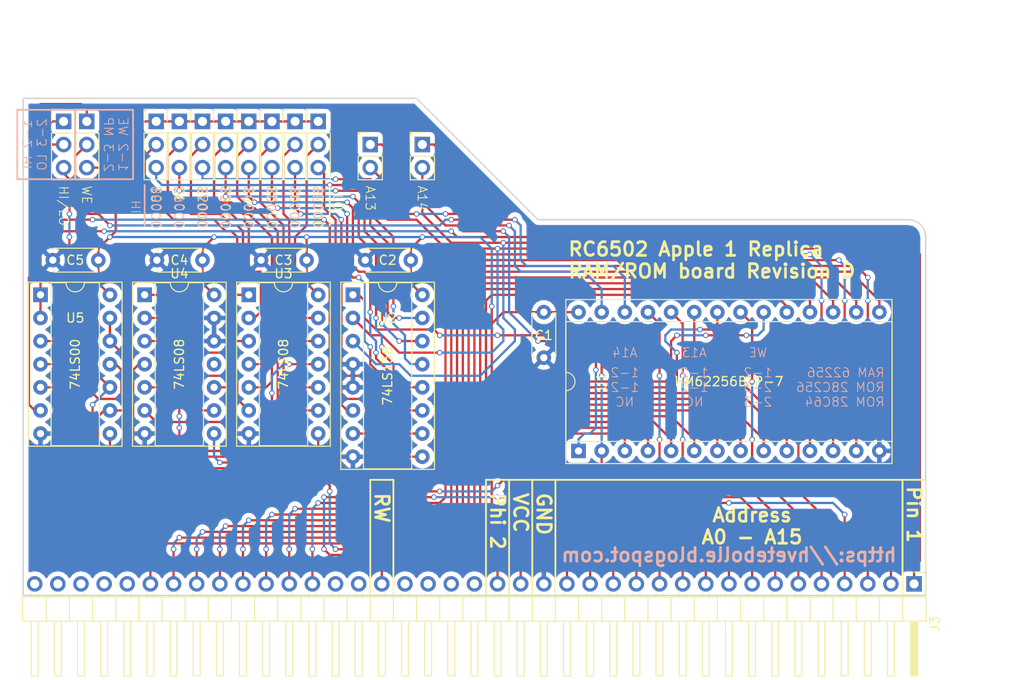
<source format=kicad_pcb>
(kicad_pcb (version 4) (host pcbnew 4.0.7)
  (layers (0 F.Cu signal) (31 B.Cu signal) (34 B.Paste user) (35 F.Paste user) (36 B.SilkS user) (37 F.SilkS user) (38 B.Mask user) (39 F.Mask user) (44 Edge.Cuts user))
  (net 0 "")
  (net 1 VCC)
  (net 2 A15)
  (net 3 A14)
  (net 4 A13)
  (net 5 A12)
  (net 6 A11)
  (net 7 A10)
  (net 8 A9)
  (net 9 A8)
  (net 10 A7)
  (net 11 A6)
  (net 12 A5)
  (net 13 A4)
  (net 14 A3)
  (net 15 A2)
  (net 16 A1)
  (net 17 A0)
  (net 18 GND)
  (net 19 D0)
  (net 20 D1)
  (net 21 D2)
  (net 22 D3)
  (net 23 D4)
  (net 24 D5)
  (net 25 D6)
  (net 26 D7)
  (net 27 PHI2)
  (net 28 R/~W)
  (net 29 "Net-(JP1-Pad1)")
  (net 30 "Net-(JP2-Pad1)")
  (net 31 "Net-(JP3-Pad2)")
  (net 32 ~CS0)
  (net 33 "Net-(JP4-Pad2)")
  (net 34 ~CS1)
  (net 35 "Net-(JP5-Pad2)")
  (net 36 ~CS2)
  (net 37 "Net-(JP6-Pad2)")
  (net 38 ~CS3)
  (net 39 "Net-(JP7-Pad2)")
  (net 40 ~CS4)
  (net 41 "Net-(JP8-Pad2)")
  (net 42 ~CS5)
  (net 43 E3)
  (net 44 "Net-(JP11-Pad1)")
  (net 45 ~WE)
  (net 46 "Net-(JP12-Pad2)")
  (net 47 ~CS6)
  (net 48 "Net-(JP13-Pad2)")
  (net 49 ~CS7)
  (net 50 ~CS)
  (net 51 ~OE)
  (net 52 "Net-(JP9-Pad3)")
  (net 53 "Net-(U5-Pad11)")
  (net 54 "Net-(U3-Pad8)")
  (net 55 "Net-(U3-Pad3)")
  (net 56 "Net-(U3-Pad11)")
  (net 57 "Net-(U3-Pad6)")
  (net 58 "Net-(U4-Pad3)")
  (net 59 "Net-(U4-Pad10)")
  (module Housings_DIP:DIP-28_W15.24mm_Socket (layer F.Cu) (at 149.86 133.985 90)
    (fp_text reference U1 (at 7.62 2.54 270) (layer F.SilkS))
    (fp_text value HM62256BLP-7 (at 7.62 16.51 180) (layer F.SilkS))
    (pad 1 thru_hole rect (at 0 0 90) (size 1.6 1.6) (drill 0.8) (layers *.Cu *.Mask) (net 30 "Net-(JP2-Pad1)"))
    (pad 15 thru_hole oval (at 15.24 33.02 90) (size 1.6 1.6) (drill 0.8) (layers *.Cu *.Mask) (net 22 D3))
    (pad 2 thru_hole oval (at 0 2.54 90) (size 1.6 1.6) (drill 0.8) (layers *.Cu *.Mask) (net 5 A12))
    (pad 16 thru_hole oval (at 15.24 30.48 90) (size 1.6 1.6) (drill 0.8) (layers *.Cu *.Mask) (net 23 D4))
    (pad 3 thru_hole oval (at 0 5.08 90) (size 1.6 1.6) (drill 0.8) (layers *.Cu *.Mask) (net 10 A7))
    (pad 17 thru_hole oval (at 15.24 27.94 90) (size 1.6 1.6) (drill 0.8) (layers *.Cu *.Mask) (net 24 D5))
    (pad 4 thru_hole oval (at 0 7.62 90) (size 1.6 1.6) (drill 0.8) (layers *.Cu *.Mask) (net 11 A6))
    (pad 18 thru_hole oval (at 15.24 25.4 90) (size 1.6 1.6) (drill 0.8) (layers *.Cu *.Mask) (net 25 D6))
    (pad 5 thru_hole oval (at 0 10.16 90) (size 1.6 1.6) (drill 0.8) (layers *.Cu *.Mask) (net 12 A5))
    (pad 19 thru_hole oval (at 15.24 22.86 90) (size 1.6 1.6) (drill 0.8) (layers *.Cu *.Mask) (net 26 D7))
    (pad 6 thru_hole oval (at 0 12.7 90) (size 1.6 1.6) (drill 0.8) (layers *.Cu *.Mask) (net 13 A4))
    (pad 20 thru_hole oval (at 15.24 20.32 90) (size 1.6 1.6) (drill 0.8) (layers *.Cu *.Mask) (net 50 ~CS))
    (pad 7 thru_hole oval (at 0 15.24 90) (size 1.6 1.6) (drill 0.8) (layers *.Cu *.Mask) (net 14 A3))
    (pad 21 thru_hole oval (at 15.24 17.78 90) (size 1.6 1.6) (drill 0.8) (layers *.Cu *.Mask) (net 7 A10))
    (pad 8 thru_hole oval (at 0 17.78 90) (size 1.6 1.6) (drill 0.8) (layers *.Cu *.Mask) (net 15 A2))
    (pad 22 thru_hole oval (at 15.24 15.24 90) (size 1.6 1.6) (drill 0.8) (layers *.Cu *.Mask) (net 51 ~OE))
    (pad 9 thru_hole oval (at 0 20.32 90) (size 1.6 1.6) (drill 0.8) (layers *.Cu *.Mask) (net 16 A1))
    (pad 23 thru_hole oval (at 15.24 12.7 90) (size 1.6 1.6) (drill 0.8) (layers *.Cu *.Mask) (net 6 A11))
    (pad 10 thru_hole oval (at 0 22.86 90) (size 1.6 1.6) (drill 0.8) (layers *.Cu *.Mask) (net 17 A0))
    (pad 24 thru_hole oval (at 15.24 10.16 90) (size 1.6 1.6) (drill 0.8) (layers *.Cu *.Mask) (net 8 A9))
    (pad 11 thru_hole oval (at 0 25.4 90) (size 1.6 1.6) (drill 0.8) (layers *.Cu *.Mask) (net 19 D0))
    (pad 25 thru_hole oval (at 15.24 7.62 90) (size 1.6 1.6) (drill 0.8) (layers *.Cu *.Mask) (net 9 A8))
    (pad 12 thru_hole oval (at 0 27.94 90) (size 1.6 1.6) (drill 0.8) (layers *.Cu *.Mask) (net 20 D1))
    (pad 26 thru_hole oval (at 15.24 5.08 90) (size 1.6 1.6) (drill 0.8) (layers *.Cu *.Mask) (net 29 "Net-(JP1-Pad1)"))
    (pad 13 thru_hole oval (at 0 30.48 90) (size 1.6 1.6) (drill 0.8) (layers *.Cu *.Mask) (net 21 D2))
    (pad 27 thru_hole oval (at 15.24 2.54 90) (size 1.6 1.6) (drill 0.8) (layers *.Cu *.Mask) (net 45 ~WE))
    (pad 14 thru_hole oval (at 0 33.02 90) (size 1.6 1.6) (drill 0.8) (layers *.Cu *.Mask) (net 18 GND))
    (pad 28 thru_hole oval (at 15.24 0 90) (size 1.6 1.6) (drill 0.8) (layers *.Cu *.Mask) (net 1 VCC))
  )
  (module Capacitors_THT:C_Disc_D4.7mm_W2.5mm_P5.00mm (layer F.Cu) (at 131.445 113.03 180)
    (fp_text reference C2 (at 2.54 0 360) (layer F.SilkS))
    (fp_text value 100nF)
    (pad 1 thru_hole circle (at 0 0 180) (size 1.6 1.6) (drill 0.8) (layers *.Cu *.Mask) (net 1 VCC))
    (pad 2 thru_hole circle (at 5 0 180) (size 1.6 1.6) (drill 0.8) (layers *.Cu *.Mask) (net 18 GND))
  )
  (module Capacitors_THT:C_Disc_D4.7mm_W2.5mm_P5.00mm (layer F.Cu) (at 120.015 113.03 180)
    (fp_text reference C3 (at 2.54 0 360) (layer F.SilkS))
    (fp_text value 100nF)
    (pad 1 thru_hole circle (at 0 0 180) (size 1.6 1.6) (drill 0.8) (layers *.Cu *.Mask) (net 1 VCC))
    (pad 2 thru_hole circle (at 5 0 180) (size 1.6 1.6) (drill 0.8) (layers *.Cu *.Mask) (net 18 GND))
  )
  (module Capacitors_THT:C_Disc_D4.7mm_W2.5mm_P5.00mm (layer F.Cu) (at 146.05 118.745 270)
    (fp_text reference C1 (at 2.54 0 360) (layer F.SilkS))
    (fp_text value 100nF)
    (pad 1 thru_hole circle (at 0 0 270) (size 1.6 1.6) (drill 0.8) (layers *.Cu *.Mask) (net 1 VCC))
    (pad 2 thru_hole circle (at 5 0 270) (size 1.6 1.6) (drill 0.8) (layers *.Cu *.Mask) (net 18 GND))
  )
  (module Capacitors_THT:C_Disc_D4.7mm_W2.5mm_P5.00mm (layer F.Cu) (at 108.585 113.03 180)
    (fp_text reference C4 (at 2.54 0 180) (layer F.SilkS))
    (fp_text value 100nF)
    (pad 1 thru_hole circle (at 0 0 180) (size 1.6 1.6) (drill 0.8) (layers *.Cu *.Mask) (net 1 VCC))
    (pad 2 thru_hole circle (at 5 0 180) (size 1.6 1.6) (drill 0.8) (layers *.Cu *.Mask) (net 18 GND))
  )
  (module Pin_Headers:Pin_Header_Angled_1x39_Pitch2.54mm (layer F.Cu) (at 186.69 148.59 270)
    (fp_text reference J3 (at 4.385 -2.27 270) (layer F.SilkS))
    (fp_text value RC6502_Backplane hide)
    (pad 1 thru_hole rect (at 0 0 270) (size 1.7 1.7) (drill 1) (layers *.Cu *.Mask) (net 2 A15))
    (pad 2 thru_hole oval (at 0 2.54 270) (size 1.7 1.7) (drill 1) (layers *.Cu *.Mask) (net 3 A14))
    (pad 3 thru_hole oval (at 0 5.08 270) (size 1.7 1.7) (drill 1) (layers *.Cu *.Mask) (net 4 A13))
    (pad 4 thru_hole oval (at 0 7.62 270) (size 1.7 1.7) (drill 1) (layers *.Cu *.Mask) (net 5 A12))
    (pad 5 thru_hole oval (at 0 10.16 270) (size 1.7 1.7) (drill 1) (layers *.Cu *.Mask) (net 6 A11))
    (pad 6 thru_hole oval (at 0 12.7 270) (size 1.7 1.7) (drill 1) (layers *.Cu *.Mask) (net 7 A10))
    (pad 7 thru_hole oval (at 0 15.24 270) (size 1.7 1.7) (drill 1) (layers *.Cu *.Mask) (net 8 A9))
    (pad 8 thru_hole oval (at 0 17.78 270) (size 1.7 1.7) (drill 1) (layers *.Cu *.Mask) (net 9 A8))
    (pad 9 thru_hole oval (at 0 20.32 270) (size 1.7 1.7) (drill 1) (layers *.Cu *.Mask) (net 10 A7))
    (pad 10 thru_hole oval (at 0 22.86 270) (size 1.7 1.7) (drill 1) (layers *.Cu *.Mask) (net 11 A6))
    (pad 11 thru_hole oval (at 0 25.4 270) (size 1.7 1.7) (drill 1) (layers *.Cu *.Mask) (net 12 A5))
    (pad 12 thru_hole oval (at 0 27.94 270) (size 1.7 1.7) (drill 1) (layers *.Cu *.Mask) (net 13 A4))
    (pad 13 thru_hole oval (at 0 30.48 270) (size 1.7 1.7) (drill 1) (layers *.Cu *.Mask) (net 14 A3))
    (pad 14 thru_hole oval (at 0 33.02 270) (size 1.7 1.7) (drill 1) (layers *.Cu *.Mask) (net 15 A2))
    (pad 15 thru_hole oval (at 0 35.56 270) (size 1.7 1.7) (drill 1) (layers *.Cu *.Mask) (net 16 A1))
    (pad 16 thru_hole oval (at 0 38.1 270) (size 1.7 1.7) (drill 1) (layers *.Cu *.Mask) (net 17 A0))
    (pad 17 thru_hole oval (at 0 40.64 270) (size 1.7 1.7) (drill 1) (layers *.Cu *.Mask) (net 18 GND))
    (pad 18 thru_hole oval (at 0 43.18 270) (size 1.7 1.7) (drill 1) (layers *.Cu *.Mask) (net 1 VCC))
    (pad 19 thru_hole oval (at 0 45.72 270) (size 1.7 1.7) (drill 1) (layers *.Cu *.Mask) (net 27 PHI2))
    (pad 20 thru_hole oval (at 0 48.26 270) (size 1.7 1.7) (drill 1) (layers *.Cu *.Mask))
    (pad 21 thru_hole oval (at 0 50.8 270) (size 1.7 1.7) (drill 1) (layers *.Cu *.Mask))
    (pad 22 thru_hole oval (at 0 53.34 270) (size 1.7 1.7) (drill 1) (layers *.Cu *.Mask))
    (pad 23 thru_hole oval (at 0 55.88 270) (size 1.7 1.7) (drill 1) (layers *.Cu *.Mask))
    (pad 24 thru_hole oval (at 0 58.42 270) (size 1.7 1.7) (drill 1) (layers *.Cu *.Mask) (net 28 R/~W))
    (pad 25 thru_hole oval (at 0 60.96 270) (size 1.7 1.7) (drill 1) (layers *.Cu *.Mask))
    (pad 26 thru_hole oval (at 0 63.5 270) (size 1.7 1.7) (drill 1) (layers *.Cu *.Mask))
    (pad 27 thru_hole oval (at 0 66.04 270) (size 1.7 1.7) (drill 1) (layers *.Cu *.Mask) (net 19 D0))
    (pad 28 thru_hole oval (at 0 68.58 270) (size 1.7 1.7) (drill 1) (layers *.Cu *.Mask) (net 20 D1))
    (pad 29 thru_hole oval (at 0 71.12 270) (size 1.7 1.7) (drill 1) (layers *.Cu *.Mask) (net 21 D2))
    (pad 30 thru_hole oval (at 0 73.66 270) (size 1.7 1.7) (drill 1) (layers *.Cu *.Mask) (net 22 D3))
    (pad 31 thru_hole oval (at 0 76.2 270) (size 1.7 1.7) (drill 1) (layers *.Cu *.Mask) (net 23 D4))
    (pad 32 thru_hole oval (at 0 78.74 270) (size 1.7 1.7) (drill 1) (layers *.Cu *.Mask) (net 24 D5))
    (pad 33 thru_hole oval (at 0 81.28 270) (size 1.7 1.7) (drill 1) (layers *.Cu *.Mask) (net 25 D6))
    (pad 34 thru_hole oval (at 0 83.82 270) (size 1.7 1.7) (drill 1) (layers *.Cu *.Mask) (net 26 D7))
    (pad 35 thru_hole oval (at 0 86.36 270) (size 1.7 1.7) (drill 1) (layers *.Cu *.Mask))
    (pad 36 thru_hole oval (at 0 88.9 270) (size 1.7 1.7) (drill 1) (layers *.Cu *.Mask))
    (pad 37 thru_hole oval (at 0 91.44 270) (size 1.7 1.7) (drill 1) (layers *.Cu *.Mask))
    (pad 38 thru_hole oval (at 0 93.98 270) (size 1.7 1.7) (drill 1) (layers *.Cu *.Mask))
    (pad 39 thru_hole oval (at 0 96.52 270) (size 1.7 1.7) (drill 1) (layers *.Cu *.Mask))
  )
  (module Pin_Headers:Pin_Header_Straight_1x02_Pitch2.54mm (layer F.Cu) (at 127 100.33)
    (fp_text reference JP1 hide)
    (fp_text value A13_EN)
    (pad 1 thru_hole rect (at 0 0) (size 1.7 1.7) (drill 1) (layers *.Cu *.Mask) (net 29 "Net-(JP1-Pad1)"))
    (pad 2 thru_hole oval (at 0 2.54) (size 1.7 1.7) (drill 1) (layers *.Cu *.Mask) (net 4 A13))
  )
  (module Pin_Headers:Pin_Header_Straight_1x02_Pitch2.54mm (layer F.Cu) (at 132.715 100.33)
    (fp_text reference JP2 hide)
    (fp_text value A14_EN)
    (pad 1 thru_hole rect (at 0 0) (size 1.7 1.7) (drill 1) (layers *.Cu *.Mask) (net 30 "Net-(JP2-Pad1)"))
    (pad 2 thru_hole oval (at 0 2.54) (size 1.7 1.7) (drill 1) (layers *.Cu *.Mask) (net 3 A14))
  )
  (module Pin_Headers:Pin_Header_Straight_1x03_Pitch2.54mm (layer F.Cu) (at 103.505 97.79)
    (fp_text reference JP3 hide)
    (fp_text value CS0_EN)
    (pad 1 thru_hole rect (at 0 0) (size 1.7 1.7) (drill 1) (layers *.Cu *.Mask) (net 1 VCC))
    (pad 2 thru_hole oval (at 0 2.54) (size 1.7 1.7) (drill 1) (layers *.Cu *.Mask) (net 31 "Net-(JP3-Pad2)"))
    (pad 3 thru_hole oval (at 0 5.08) (size 1.7 1.7) (drill 1) (layers *.Cu *.Mask) (net 32 ~CS0))
  )
  (module Pin_Headers:Pin_Header_Straight_1x03_Pitch2.54mm (layer F.Cu) (at 106.045 97.79)
    (fp_text reference JP4 hide)
    (fp_text value CS1_EN)
    (pad 1 thru_hole rect (at 0 0) (size 1.7 1.7) (drill 1) (layers *.Cu *.Mask) (net 1 VCC))
    (pad 2 thru_hole oval (at 0 2.54) (size 1.7 1.7) (drill 1) (layers *.Cu *.Mask) (net 33 "Net-(JP4-Pad2)"))
    (pad 3 thru_hole oval (at 0 5.08) (size 1.7 1.7) (drill 1) (layers *.Cu *.Mask) (net 34 ~CS1))
  )
  (module Pin_Headers:Pin_Header_Straight_1x03_Pitch2.54mm (layer F.Cu) (at 108.585 97.79)
    (fp_text reference JP5 hide)
    (fp_text value CS2_EN)
    (pad 1 thru_hole rect (at 0 0) (size 1.7 1.7) (drill 1) (layers *.Cu *.Mask) (net 1 VCC))
    (pad 2 thru_hole oval (at 0 2.54) (size 1.7 1.7) (drill 1) (layers *.Cu *.Mask) (net 35 "Net-(JP5-Pad2)"))
    (pad 3 thru_hole oval (at 0 5.08) (size 1.7 1.7) (drill 1) (layers *.Cu *.Mask) (net 36 ~CS2))
  )
  (module Pin_Headers:Pin_Header_Straight_1x03_Pitch2.54mm (layer F.Cu) (at 111.125 97.79)
    (fp_text reference JP6 hide)
    (fp_text value CS3_EN)
    (pad 1 thru_hole rect (at 0 0) (size 1.7 1.7) (drill 1) (layers *.Cu *.Mask) (net 1 VCC))
    (pad 2 thru_hole oval (at 0 2.54) (size 1.7 1.7) (drill 1) (layers *.Cu *.Mask) (net 37 "Net-(JP6-Pad2)"))
    (pad 3 thru_hole oval (at 0 5.08) (size 1.7 1.7) (drill 1) (layers *.Cu *.Mask) (net 38 ~CS3))
  )
  (module Pin_Headers:Pin_Header_Straight_1x03_Pitch2.54mm (layer F.Cu) (at 113.665 97.79)
    (fp_text reference JP7 hide)
    (fp_text value CS4_EN)
    (pad 1 thru_hole rect (at 0 0) (size 1.7 1.7) (drill 1) (layers *.Cu *.Mask) (net 1 VCC))
    (pad 2 thru_hole oval (at 0 2.54) (size 1.7 1.7) (drill 1) (layers *.Cu *.Mask) (net 39 "Net-(JP7-Pad2)"))
    (pad 3 thru_hole oval (at 0 5.08) (size 1.7 1.7) (drill 1) (layers *.Cu *.Mask) (net 40 ~CS4))
  )
  (module Pin_Headers:Pin_Header_Straight_1x03_Pitch2.54mm (layer F.Cu) (at 116.205 97.79)
    (fp_text reference JP8 hide)
    (fp_text value CS5_EN)
    (pad 1 thru_hole rect (at 0 0) (size 1.7 1.7) (drill 1) (layers *.Cu *.Mask) (net 1 VCC))
    (pad 2 thru_hole oval (at 0 2.54) (size 1.7 1.7) (drill 1) (layers *.Cu *.Mask) (net 41 "Net-(JP8-Pad2)"))
    (pad 3 thru_hole oval (at 0 5.08) (size 1.7 1.7) (drill 1) (layers *.Cu *.Mask) (net 42 ~CS5))
  )
  (module Pin_Headers:Pin_Header_Straight_1x03_Pitch2.54mm (layer F.Cu) (at 95.885 97.79)
    (fp_text reference JP11 hide)
    (fp_text value MEM_WE)
    (pad 1 thru_hole rect (at 0 0) (size 1.7 1.7) (drill 1) (layers *.Cu *.Mask) (net 44 "Net-(JP11-Pad1)"))
    (pad 2 thru_hole oval (at 0 2.54) (size 1.7 1.7) (drill 1) (layers *.Cu *.Mask) (net 45 ~WE))
    (pad 3 thru_hole oval (at 0 5.08) (size 1.7 1.7) (drill 1) (layers *.Cu *.Mask) (net 1 VCC))
  )
  (module Pin_Headers:Pin_Header_Straight_1x03_Pitch2.54mm (layer F.Cu) (at 118.745 97.79)
    (fp_text reference JP12 hide)
    (fp_text value CS6_EN)
    (pad 1 thru_hole rect (at 0 0) (size 1.7 1.7) (drill 1) (layers *.Cu *.Mask) (net 1 VCC))
    (pad 2 thru_hole oval (at 0 2.54) (size 1.7 1.7) (drill 1) (layers *.Cu *.Mask) (net 46 "Net-(JP12-Pad2)"))
    (pad 3 thru_hole oval (at 0 5.08) (size 1.7 1.7) (drill 1) (layers *.Cu *.Mask) (net 47 ~CS6))
  )
  (module Pin_Headers:Pin_Header_Straight_1x03_Pitch2.54mm (layer F.Cu) (at 121.285 97.79)
    (fp_text reference JP13 hide)
    (fp_text value CS7_EN)
    (pad 1 thru_hole rect (at 0 0) (size 1.7 1.7) (drill 1) (layers *.Cu *.Mask) (net 1 VCC))
    (pad 2 thru_hole oval (at 0 2.54) (size 1.7 1.7) (drill 1) (layers *.Cu *.Mask) (net 48 "Net-(JP13-Pad2)"))
    (pad 3 thru_hole oval (at 0 5.08) (size 1.7 1.7) (drill 1) (layers *.Cu *.Mask) (net 49 ~CS7))
  )
  (module Housings_DIP:DIP-16_W7.62mm_Socket (layer F.Cu) (at 125.095 116.84)
    (fp_text reference U2 (at 3.81 2.54) (layer F.SilkS))
    (fp_text value 74LS138 (at 3.81 8.89 90) (layer F.SilkS))
    (pad 1 thru_hole rect (at 0 0) (size 1.6 1.6) (drill 0.8) (layers *.Cu *.Mask) (net 5 A12))
    (pad 9 thru_hole oval (at 7.62 17.78) (size 1.6 1.6) (drill 0.8) (layers *.Cu *.Mask) (net 47 ~CS6))
    (pad 2 thru_hole oval (at 0 2.54) (size 1.6 1.6) (drill 0.8) (layers *.Cu *.Mask) (net 4 A13))
    (pad 10 thru_hole oval (at 7.62 15.24) (size 1.6 1.6) (drill 0.8) (layers *.Cu *.Mask) (net 42 ~CS5))
    (pad 3 thru_hole oval (at 0 5.08) (size 1.6 1.6) (drill 0.8) (layers *.Cu *.Mask) (net 3 A14))
    (pad 11 thru_hole oval (at 7.62 12.7) (size 1.6 1.6) (drill 0.8) (layers *.Cu *.Mask) (net 40 ~CS4))
    (pad 4 thru_hole oval (at 0 7.62) (size 1.6 1.6) (drill 0.8) (layers *.Cu *.Mask) (net 18 GND))
    (pad 12 thru_hole oval (at 7.62 10.16) (size 1.6 1.6) (drill 0.8) (layers *.Cu *.Mask) (net 38 ~CS3))
    (pad 5 thru_hole oval (at 0 10.16) (size 1.6 1.6) (drill 0.8) (layers *.Cu *.Mask) (net 18 GND))
    (pad 13 thru_hole oval (at 7.62 7.62) (size 1.6 1.6) (drill 0.8) (layers *.Cu *.Mask) (net 36 ~CS2))
    (pad 6 thru_hole oval (at 0 12.7) (size 1.6 1.6) (drill 0.8) (layers *.Cu *.Mask) (net 43 E3))
    (pad 14 thru_hole oval (at 7.62 5.08) (size 1.6 1.6) (drill 0.8) (layers *.Cu *.Mask) (net 34 ~CS1))
    (pad 7 thru_hole oval (at 0 15.24) (size 1.6 1.6) (drill 0.8) (layers *.Cu *.Mask) (net 49 ~CS7))
    (pad 15 thru_hole oval (at 7.62 2.54) (size 1.6 1.6) (drill 0.8) (layers *.Cu *.Mask) (net 32 ~CS0))
    (pad 8 thru_hole oval (at 0 17.78) (size 1.6 1.6) (drill 0.8) (layers *.Cu *.Mask) (net 18 GND))
    (pad 16 thru_hole oval (at 7.62 0) (size 1.6 1.6) (drill 0.8) (layers *.Cu *.Mask) (net 1 VCC))
  )
  (module Housings_DIP:DIP-14_W7.62mm_Socket (layer F.Cu) (at 90.805 116.84)
    (fp_text reference U5 (at 3.81 2.54) (layer F.SilkS))
    (fp_text value 74LS00 (at 3.81 7.62 90) (layer F.SilkS))
    (pad 1 thru_hole rect (at 0 0) (size 1.6 1.6) (drill 0.8) (layers *.Cu *.Mask) (net 2 A15))
    (pad 8 thru_hole oval (at 7.62 15.24) (size 1.6 1.6) (drill 0.8) (layers *.Cu *.Mask) (net 51 ~OE))
    (pad 2 thru_hole oval (at 0 2.54) (size 1.6 1.6) (drill 0.8) (layers *.Cu *.Mask) (net 2 A15))
    (pad 9 thru_hole oval (at 7.62 12.7) (size 1.6 1.6) (drill 0.8) (layers *.Cu *.Mask) (net 28 R/~W))
    (pad 3 thru_hole oval (at 0 5.08) (size 1.6 1.6) (drill 0.8) (layers *.Cu *.Mask) (net 52 "Net-(JP9-Pad3)"))
    (pad 10 thru_hole oval (at 7.62 10.16) (size 1.6 1.6) (drill 0.8) (layers *.Cu *.Mask) (net 27 PHI2))
    (pad 4 thru_hole oval (at 0 7.62) (size 1.6 1.6) (drill 0.8) (layers *.Cu *.Mask) (net 27 PHI2))
    (pad 11 thru_hole oval (at 7.62 7.62) (size 1.6 1.6) (drill 0.8) (layers *.Cu *.Mask) (net 53 "Net-(U5-Pad11)"))
    (pad 5 thru_hole oval (at 0 10.16) (size 1.6 1.6) (drill 0.8) (layers *.Cu *.Mask) (net 53 "Net-(U5-Pad11)"))
    (pad 12 thru_hole oval (at 7.62 5.08) (size 1.6 1.6) (drill 0.8) (layers *.Cu *.Mask) (net 28 R/~W))
    (pad 6 thru_hole oval (at 0 12.7) (size 1.6 1.6) (drill 0.8) (layers *.Cu *.Mask) (net 44 "Net-(JP11-Pad1)"))
    (pad 13 thru_hole oval (at 7.62 2.54) (size 1.6 1.6) (drill 0.8) (layers *.Cu *.Mask) (net 28 R/~W))
    (pad 7 thru_hole oval (at 0 15.24) (size 1.6 1.6) (drill 0.8) (layers *.Cu *.Mask) (net 18 GND))
    (pad 14 thru_hole oval (at 7.62 0) (size 1.6 1.6) (drill 0.8) (layers *.Cu *.Mask) (net 1 VCC))
  )
  (module Capacitors_THT:C_Disc_D4.7mm_W2.5mm_P5.00mm (layer F.Cu) (at 97.155 113.03 180)
    (fp_text reference C5 (at 2.54 0 180) (layer F.SilkS))
    (fp_text value 100nF)
    (pad 1 thru_hole circle (at 0 0 180) (size 1.6 1.6) (drill 0.8) (layers *.Cu *.Mask) (net 1 VCC))
    (pad 2 thru_hole circle (at 5 0 180) (size 1.6 1.6) (drill 0.8) (layers *.Cu *.Mask) (net 18 GND))
  )
  (module Pin_Headers:Pin_Header_Straight_1x03_Pitch2.54mm (layer F.Cu) (at 93.345 97.79)
    (fp_text reference JP9 hide)
    (fp_text value LO/HI)
    (pad 1 thru_hole rect (at 0 0) (size 1.7 1.7) (drill 1) (layers *.Cu *.Mask) (net 2 A15))
    (pad 2 thru_hole oval (at 0 2.54) (size 1.7 1.7) (drill 1) (layers *.Cu *.Mask) (net 43 E3))
    (pad 3 thru_hole oval (at 0 5.08) (size 1.7 1.7) (drill 1) (layers *.Cu *.Mask) (net 52 "Net-(JP9-Pad3)"))
  )
  (module Housings_DIP:DIP-14_W7.62mm_Socket (layer F.Cu) (at 113.665 116.84)
    (fp_text reference U3 (at 3.81 -2.33) (layer F.SilkS))
    (fp_text value 74LS08 (at 3.81 7.62 90) (layer F.SilkS))
    (pad 1 thru_hole rect (at 0 0) (size 1.6 1.6) (drill 0.8) (layers *.Cu *.Mask) (net 31 "Net-(JP3-Pad2)"))
    (pad 8 thru_hole oval (at 7.62 15.24) (size 1.6 1.6) (drill 0.8) (layers *.Cu *.Mask) (net 54 "Net-(U3-Pad8)"))
    (pad 2 thru_hole oval (at 0 2.54) (size 1.6 1.6) (drill 0.8) (layers *.Cu *.Mask) (net 33 "Net-(JP4-Pad2)"))
    (pad 9 thru_hole oval (at 7.62 12.7) (size 1.6 1.6) (drill 0.8) (layers *.Cu *.Mask) (net 39 "Net-(JP7-Pad2)"))
    (pad 3 thru_hole oval (at 0 5.08) (size 1.6 1.6) (drill 0.8) (layers *.Cu *.Mask) (net 55 "Net-(U3-Pad3)"))
    (pad 10 thru_hole oval (at 7.62 10.16) (size 1.6 1.6) (drill 0.8) (layers *.Cu *.Mask) (net 41 "Net-(JP8-Pad2)"))
    (pad 4 thru_hole oval (at 0 7.62) (size 1.6 1.6) (drill 0.8) (layers *.Cu *.Mask) (net 35 "Net-(JP5-Pad2)"))
    (pad 11 thru_hole oval (at 7.62 7.62) (size 1.6 1.6) (drill 0.8) (layers *.Cu *.Mask) (net 56 "Net-(U3-Pad11)"))
    (pad 5 thru_hole oval (at 0 10.16) (size 1.6 1.6) (drill 0.8) (layers *.Cu *.Mask) (net 37 "Net-(JP6-Pad2)"))
    (pad 12 thru_hole oval (at 7.62 5.08) (size 1.6 1.6) (drill 0.8) (layers *.Cu *.Mask) (net 46 "Net-(JP12-Pad2)"))
    (pad 6 thru_hole oval (at 0 12.7) (size 1.6 1.6) (drill 0.8) (layers *.Cu *.Mask) (net 57 "Net-(U3-Pad6)"))
    (pad 13 thru_hole oval (at 7.62 2.54) (size 1.6 1.6) (drill 0.8) (layers *.Cu *.Mask) (net 48 "Net-(JP13-Pad2)"))
    (pad 7 thru_hole oval (at 0 15.24) (size 1.6 1.6) (drill 0.8) (layers *.Cu *.Mask) (net 18 GND))
    (pad 14 thru_hole oval (at 7.62 0) (size 1.6 1.6) (drill 0.8) (layers *.Cu *.Mask) (net 1 VCC))
  )
  (module Housings_DIP:DIP-14_W7.62mm_Socket (layer F.Cu) (at 102.235 116.84)
    (fp_text reference U4 (at 3.81 -2.33) (layer F.SilkS))
    (fp_text value 74LS08 (at 3.81 7.62 90) (layer F.SilkS))
    (pad 1 thru_hole rect (at 0 0) (size 1.6 1.6) (drill 0.8) (layers *.Cu *.Mask) (net 55 "Net-(U3-Pad3)"))
    (pad 8 thru_hole oval (at 7.62 15.24) (size 1.6 1.6) (drill 0.8) (layers *.Cu *.Mask) (net 50 ~CS))
    (pad 2 thru_hole oval (at 0 2.54) (size 1.6 1.6) (drill 0.8) (layers *.Cu *.Mask) (net 57 "Net-(U3-Pad6)"))
    (pad 9 thru_hole oval (at 7.62 12.7) (size 1.6 1.6) (drill 0.8) (layers *.Cu *.Mask) (net 58 "Net-(U4-Pad3)"))
    (pad 3 thru_hole oval (at 0 5.08) (size 1.6 1.6) (drill 0.8) (layers *.Cu *.Mask) (net 58 "Net-(U4-Pad3)"))
    (pad 10 thru_hole oval (at 7.62 10.16) (size 1.6 1.6) (drill 0.8) (layers *.Cu *.Mask) (net 59 "Net-(U4-Pad10)"))
    (pad 4 thru_hole oval (at 0 7.62) (size 1.6 1.6) (drill 0.8) (layers *.Cu *.Mask) (net 54 "Net-(U3-Pad8)"))
    (pad 11 thru_hole oval (at 7.62 7.62) (size 1.6 1.6) (drill 0.8) (layers *.Cu *.Mask))
    (pad 5 thru_hole oval (at 0 10.16) (size 1.6 1.6) (drill 0.8) (layers *.Cu *.Mask) (net 56 "Net-(U3-Pad11)"))
    (pad 12 thru_hole oval (at 7.62 5.08) (size 1.6 1.6) (drill 0.8) (layers *.Cu *.Mask) (net 18 GND))
    (pad 6 thru_hole oval (at 0 12.7) (size 1.6 1.6) (drill 0.8) (layers *.Cu *.Mask) (net 59 "Net-(U4-Pad10)"))
    (pad 13 thru_hole oval (at 7.62 2.54) (size 1.6 1.6) (drill 0.8) (layers *.Cu *.Mask) (net 18 GND))
    (pad 7 thru_hole oval (at 0 15.24) (size 1.6 1.6) (drill 0.8) (layers *.Cu *.Mask) (net 18 GND))
    (pad 14 thru_hole oval (at 7.62 0) (size 1.6 1.6) (drill 0.8) (layers *.Cu *.Mask) (net 1 VCC))
  )
  (gr_line (start 132.08 95.25) (end 88.9 95.25) (angle 90) (layer Edge.Cuts) (width 0.15))
  (gr_line (start 88.9 149.86) (end 88.9 95.25) (angle 90) (layer Edge.Cuts) (width 0.15))
  (gr_text https://hvetebolle.blogspot.com (at 166.37 145.415) (layer B.SilkS) (effects (font (size 1.5 1.5) (thickness 0.3)) (justify mirror)))
  (gr_text "1-2\n1-2\nNC\n" (at 154.94 127) (layer B.SilkS) (effects (font (size 1 1) (thickness 0.1)) (justify mirror)))
  (gr_text "1-2\n1-2\nNC\n" (at 162.56 127) (layer B.SilkS) (effects (font (size 1 1) (thickness 0.1)) (justify mirror)))
  (gr_text A14 (at 154.94 123.19) (layer B.SilkS) (effects (font (size 1 1) (thickness 0.1)) (justify mirror)))
  (gr_text A13 (at 162.56 123.19) (layer B.SilkS) (effects (font (size 1 1) (thickness 0.1)) (justify mirror)))
  (gr_text "1-2\n2-3\n2-3" (at 169.545 127) (layer B.SilkS) (effects (font (size 1 1) (thickness 0.1)) (justify mirror)))
  (gr_text WE (at 169.545 123.19) (layer B.SilkS) (effects (font (size 1 1) (thickness 0.1)) (justify mirror)))
  (gr_text "RAM 62256\nROM 28C256\nROM 28C64" (at 183.515 127) (layer B.SilkS) (effects (font (size 1 1) (thickness 0.1)) (justify left mirror)))
  (gr_line (start 88.265 96.52) (end 94.615 96.52) (angle 90) (layer B.SilkS) (width 0.2))
  (gr_line (start 88.265 104.14) (end 88.265 96.52) (angle 90) (layer B.SilkS) (width 0.2))
  (gr_line (start 94.615 104.14) (end 88.265 104.14) (angle 90) (layer B.SilkS) (width 0.2))
  (gr_line (start 94.615 96.52) (end 94.615 104.14) (angle 90) (layer B.SilkS) (width 0.2))
  (gr_line (start 100.965 96.52) (end 94.615 96.52) (angle 90) (layer B.SilkS) (width 0.2))
  (gr_line (start 100.965 104.14) (end 100.965 96.52) (angle 90) (layer B.SilkS) (width 0.2))
  (gr_line (start 93.98 104.14) (end 100.965 104.14) (angle 90) (layer B.SilkS) (width 0.2))
  (gr_text "1-2 HI\n2-3 LO" (at 90.17 100.33 90) (layer B.SilkS) (effects (font (size 1 1) (thickness 0.1)) (justify mirror)))
  (gr_text "1-2 WE\n2-3 MP" (at 99.06 100.33 270) (layer B.SilkS) (effects (font (size 1 1) (thickness 0.1)) (justify mirror)))
  (gr_text LO (at 123.444 106.68 270) (layer F.SilkS) (effects (font (size 1 1) (thickness 0.1))))
  (gr_line (start 122.555 104.775) (end 122.555 109.22) (angle 90) (layer F.SilkS) (width 0.2))
  (gr_text HI (at 101.346 107.188 90) (layer B.SilkS) (effects (font (size 1 1) (thickness 0.1)) (justify mirror)))
  (gr_line (start 102.235 104.775) (end 102.235 109.22) (angle 90) (layer B.SilkS) (width 0.2))
  (gr_text $F000 (at 121.285 104.775 90) (layer B.SilkS) (effects (font (size 1 1) (thickness 0.1)) (justify left mirror)))
  (gr_text $E000 (at 118.745 104.775 90) (layer B.SilkS) (effects (font (size 1 1) (thickness 0.1)) (justify left mirror)))
  (gr_text $D000 (at 116.205 104.775 90) (layer B.SilkS) (effects (font (size 1 1) (thickness 0.1)) (justify left mirror)))
  (gr_text $C000 (at 113.665 104.775 90) (layer B.SilkS) (effects (font (size 1 1) (thickness 0.1)) (justify left mirror)))
  (gr_text $B000 (at 111.125 104.775 90) (layer B.SilkS) (effects (font (size 1 1) (thickness 0.1)) (justify left mirror)))
  (gr_text $A000 (at 108.585 104.775 90) (layer B.SilkS) (effects (font (size 1 1) (thickness 0.1)) (justify left mirror)))
  (gr_text $9000 (at 106.045 104.775 90) (layer B.SilkS) (effects (font (size 1 1) (thickness 0.1)) (justify left mirror)))
  (gr_text $8000 (at 103.505 104.775 90) (layer B.SilkS) (effects (font (size 1 1) (thickness 0.1)) (justify left mirror)))
  (gr_text $7000 (at 121.285 104.775 270) (layer F.SilkS) (effects (font (size 1 1) (thickness 0.1)) (justify left)))
  (gr_text $6000 (at 118.745 104.775 270) (layer F.SilkS) (effects (font (size 1 1) (thickness 0.1)) (justify left)))
  (gr_text $5000 (at 116.205 104.775 270) (layer F.SilkS) (effects (font (size 1 1) (thickness 0.1)) (justify left)))
  (gr_text $4000 (at 113.665 104.775 270) (layer F.SilkS) (effects (font (size 1 1) (thickness 0.1)) (justify left)))
  (gr_text $3000 (at 111.125 104.775 270) (layer F.SilkS) (effects (font (size 1 1) (thickness 0.1)) (justify left)))
  (gr_text $2000 (at 108.585 104.775 270) (layer F.SilkS) (effects (font (size 1 1) (thickness 0.1)) (justify left)))
  (gr_text $1000 (at 106.045 104.775 270) (layer F.SilkS) (effects (font (size 1 1) (thickness 0.1)) (justify left)))
  (gr_text $0000 (at 103.505 104.775 270) (layer F.SilkS) (effects (font (size 1 1) (thickness 0.1)) (justify left)))
  (gr_text A14 (at 132.715 104.775 270) (layer F.SilkS) (effects (font (size 1 1) (thickness 0.1)) (justify left)))
  (gr_text WE (at 95.885 104.775 270) (layer F.SilkS) (effects (font (size 1 1) (thickness 0.1)) (justify left)))
  (gr_text HI/LO (at 93.345 104.775 270) (layer F.SilkS) (effects (font (size 1 1) (thickness 0.1)) (justify left)))
  (gr_text A13 (at 127 104.775 270) (layer F.SilkS) (effects (font (size 1 1) (thickness 0.1)) (justify left)))
  (gr_line (start 145.415 108.585) (end 185.42 108.585) (angle 90) (layer Edge.Cuts) (width 0.15))
  (gr_line (start 132.08 95.25) (end 145.415 108.585) (angle 90) (layer Edge.Cuts) (width 0.15))
  (gr_line (start 187.96 110.49) (end 187.96 111.125) (angle 90) (layer Edge.Cuts) (width 0.15))
  (gr_line (start 186.055 108.585) (end 185.42 108.585) (angle 90) (layer Edge.Cuts) (width 0.15))
  (gr_arc (start 186.055 110.49) (end 186.055 108.585) (angle 90) (layer Edge.Cuts) (width 0.15))
  (gr_line (start 127 137.16) (end 129.54 137.16) (angle 90) (layer F.SilkS) (width 0.2))
  (gr_line (start 127 149.86) (end 127 137.16) (angle 90) (layer F.SilkS) (width 0.2))
  (gr_line (start 129.54 137.16) (end 129.54 149.86) (angle 90) (layer F.SilkS) (width 0.2))
  (gr_text RW (at 128.27 138.43 270) (layer F.SilkS) (effects (font (size 1.5 1.5) (thickness 0.3)) (justify left)))
  (gr_line (start 187.96 149.86) (end 187.96 111.125) (angle 90) (layer Edge.Cuts) (width 0.15))
  (gr_line (start 185.42 137.16) (end 185.42 149.86) (angle 90) (layer F.SilkS) (width 0.2))
  (gr_line (start 139.7 137.16) (end 139.7 149.86) (angle 90) (layer F.SilkS) (width 0.2))
  (gr_line (start 142.24 137.16) (end 139.7 137.16) (angle 90) (layer F.SilkS) (width 0.2))
  (gr_text "Phi 2" (at 140.97 138.43 270) (layer F.SilkS) (effects (font (size 1.5 1.5) (thickness 0.3)) (justify left)))
  (gr_text "Address\nA0 - A15" (at 168.91 142.24) (layer F.SilkS) (effects (font (size 1.5 1.5) (thickness 0.3))))
  (gr_text GND (at 146.05 138.43 270) (layer F.SilkS) (effects (font (size 1.5 1.5) (thickness 0.3)) (justify left)))
  (gr_text VCC (at 143.51 138.43 270) (layer F.SilkS) (effects (font (size 1.5 1.5) (thickness 0.3)) (justify left)))
  (gr_line (start 147.32 137.16) (end 185.42 137.16) (angle 90) (layer F.SilkS) (width 0.2))
  (gr_line (start 147.32 137.16) (end 144.78 137.16) (angle 90) (layer F.SilkS) (width 0.2))
  (gr_line (start 147.32 149.86) (end 147.32 137.16) (angle 90) (layer F.SilkS) (width 0.2))
  (gr_line (start 144.78 137.16) (end 144.78 149.86) (angle 90) (layer F.SilkS) (width 0.2))
  (gr_line (start 142.24 137.16) (end 144.78 137.16) (angle 90) (layer F.SilkS) (width 0.2))
  (gr_line (start 142.24 149.86) (end 142.24 137.16) (angle 90) (layer F.SilkS) (width 0.2))
  (gr_line (start 88.9 149.86) (end 187.96 149.86) (angle 90) (layer Edge.Cuts) (width 0.15))
  (gr_text "RC6502 Apple 1 Replica\nRAM/ROM board Revision D" (at 148.59 113.03) (layer F.SilkS) (effects (font (size 1.5 1.5) (thickness 0.3)) (justify left)))
  (gr_text "Pin 1" (at 186.69 140.97 270) (layer F.SilkS) (effects (font (size 1.5 1.5) (thickness 0.3))))
  (gr_line (start 187.96 137.16) (end 187.96 149.86) (angle 90) (layer F.SilkS) (width 0.2))
  (gr_line (start 185.42 137.16) (end 187.96 137.16) (angle 90) (layer F.SilkS) (width 0.2))
  (segment (start 120.015 113.03) (end 120.015 115.57) (width 0.25) (layer F.Cu) (net 1))
  (segment (start 120.015 115.57) (end 121.285 116.84) (width 0.25) (layer F.Cu) (net 1))
  (segment (start 108.585 113.03) (end 108.585 115.57) (width 0.25) (layer F.Cu) (net 1))
  (segment (start 108.585 115.57) (end 109.855 116.84) (width 0.25) (layer F.Cu) (net 1))
  (segment (start 97.79 102.87) (end 99.06 104.14) (width 0.25) (layer F.Cu) (net 1))
  (segment (start 99.06 104.14) (end 99.06 103.505) (width 0.25) (layer F.Cu) (net 1))
  (segment (start 99.06 102.87) (end 99.06 103.505) (width 0.25) (layer F.Cu) (net 1))
  (segment (start 99.06 103.505) (end 99.06 109.855) (width 0.25) (layer F.Cu) (net 1))
  (segment (start 99.06 109.855) (end 98.425 110.49) (width 0.25) (layer F.Cu) (net 1))
  (segment (start 140.335 118.11) (end 140.335 111.76) (width 0.25) (layer B.Cu) (net 1))
  (segment (start 139.065 110.49) (end 132.715 110.49) (width 0.25) (layer B.Cu) (net 1))
  (segment (start 140.335 111.76) (end 139.065 110.49) (width 0.25) (layer B.Cu) (net 1))
  (via (at 140.335 118.11) (size 0.6) (drill 0.4) (layers F.Cu B.Cu) (net 1))
  (segment (start 140.335 120.015) (end 140.335 118.11) (width 0.25) (layer F.Cu) (net 1))
  (segment (start 95.885 102.87) (end 97.79 102.87) (width 0.25) (layer F.Cu) (net 1))
  (segment (start 99.06 102.87) (end 100.33 101.6) (width 0.25) (layer F.Cu) (net 1))
  (segment (start 100.33 101.6) (end 100.33 99.06) (width 0.25) (layer F.Cu) (net 1))
  (segment (start 100.33 99.06) (end 101.6 97.79) (width 0.25) (layer F.Cu) (net 1))
  (segment (start 101.6 97.79) (end 103.505 97.79) (width 0.25) (layer F.Cu) (net 1))
  (segment (start 118.745 97.79) (end 121.285 97.79) (width 0.25) (layer F.Cu) (net 1))
  (segment (start 116.205 97.79) (end 118.745 97.79) (width 0.25) (layer F.Cu) (net 1))
  (segment (start 113.665 97.79) (end 116.205 97.79) (width 0.25) (layer F.Cu) (net 1))
  (segment (start 111.125 97.79) (end 113.665 97.79) (width 0.25) (layer F.Cu) (net 1))
  (segment (start 108.585 97.79) (end 111.125 97.79) (width 0.25) (layer F.Cu) (net 1))
  (segment (start 106.045 97.79) (end 108.585 97.79) (width 0.25) (layer F.Cu) (net 1))
  (segment (start 103.505 97.79) (end 106.045 97.79) (width 0.25) (layer F.Cu) (net 1))
  (segment (start 120.015 110.49) (end 132.715 110.49) (width 0.25) (layer B.Cu) (net 1))
  (via (at 132.715 110.49) (size 0.6) (drill 0.4) (layers F.Cu B.Cu) (net 1))
  (segment (start 131.445 111.76) (end 131.445 113.03) (width 0.25) (layer F.Cu) (net 1))
  (segment (start 131.445 111.76) (end 132.715 110.49) (width 0.25) (layer F.Cu) (net 1))
  (segment (start 109.855 110.49) (end 120.015 110.49) (width 0.25) (layer B.Cu) (net 1))
  (segment (start 120.015 111.76) (end 120.015 110.49) (width 0.25) (layer F.Cu) (net 1))
  (via (at 120.015 110.49) (size 0.6) (drill 0.4) (layers F.Cu B.Cu) (net 1))
  (segment (start 120.015 111.76) (end 120.015 113.03) (width 0.25) (layer F.Cu) (net 1))
  (segment (start 98.425 110.49) (end 109.855 110.49) (width 0.25) (layer B.Cu) (net 1))
  (via (at 98.425 110.49) (size 0.6) (drill 0.4) (layers F.Cu B.Cu) (net 1))
  (segment (start 97.155 111.76) (end 98.425 110.49) (width 0.25) (layer F.Cu) (net 1))
  (segment (start 97.155 113.03) (end 97.155 111.76) (width 0.25) (layer F.Cu) (net 1))
  (segment (start 108.585 111.76) (end 109.855 110.49) (width 0.25) (layer F.Cu) (net 1))
  (via (at 109.855 110.49) (size 0.6) (drill 0.4) (layers F.Cu B.Cu) (net 1))
  (segment (start 108.585 111.76) (end 108.585 113.03) (width 0.25) (layer F.Cu) (net 1))
  (segment (start 131.445 113.03) (end 131.445 115.57) (width 0.25) (layer F.Cu) (net 1))
  (segment (start 131.445 115.57) (end 132.715 116.84) (width 0.25) (layer F.Cu) (net 1))
  (segment (start 97.155 113.03) (end 97.155 115.57) (width 0.25) (layer F.Cu) (net 1))
  (segment (start 97.155 115.57) (end 98.425 116.84) (width 0.25) (layer F.Cu) (net 1))
  (segment (start 145.415 118.745) (end 149.86 118.745) (width 0.25) (layer F.Cu) (net 1))
  (segment (start 143.51 148.59) (end 143.51 146.05) (width 0.25) (layer F.Cu) (net 1))
  (segment (start 143.51 146.05) (end 140.335 142.875) (width 0.25) (layer F.Cu) (net 1))
  (segment (start 140.335 142.875) (end 140.335 120.015) (width 0.25) (layer F.Cu) (net 1))
  (segment (start 141.605 118.745) (end 145.415 118.745) (width 0.25) (layer F.Cu) (net 1))
  (segment (start 140.335 120.015) (end 141.605 118.745) (width 0.25) (layer F.Cu) (net 1))
  (segment (start 90.805 110.49) (end 90.805 99.06) (width 0.25) (layer F.Cu) (net 2))
  (segment (start 92.075 97.79) (end 93.345 97.79) (width 0.25) (layer F.Cu) (net 2))
  (segment (start 90.805 99.06) (end 92.075 97.79) (width 0.25) (layer F.Cu) (net 2))
  (via (at 97.79 109.855) (size 0.6) (drill 0.4) (layers F.Cu B.Cu) (net 2))
  (segment (start 139.065 110.49) (end 136.525 110.49) (width 0.25) (layer F.Cu) (net 2))
  (segment (start 186.69 148.59) (end 186.69 146.685) (width 0.25) (layer F.Cu) (net 2))
  (segment (start 187.325 112.395) (end 185.42 110.49) (width 0.25) (layer F.Cu) (net 2))
  (segment (start 187.325 146.05) (end 187.325 112.395) (width 0.25) (layer F.Cu) (net 2))
  (segment (start 186.69 146.685) (end 187.325 146.05) (width 0.25) (layer F.Cu) (net 2))
  (segment (start 139.065 110.49) (end 185.42 110.49) (width 0.25) (layer F.Cu) (net 2))
  (via (at 135.89 109.855) (size 0.6) (drill 0.4) (layers F.Cu B.Cu) (net 2))
  (segment (start 135.89 109.855) (end 136.525 110.49) (width 0.25) (layer F.Cu) (net 2))
  (segment (start 133.985 109.855) (end 135.89 109.855) (width 0.25) (layer B.Cu) (net 2))
  (segment (start 97.79 109.855) (end 133.985 109.855) (width 0.25) (layer B.Cu) (net 2))
  (segment (start 90.805 110.49) (end 90.805 116.84) (width 0.25) (layer F.Cu) (net 2))
  (segment (start 91.44 109.855) (end 90.805 110.49) (width 0.25) (layer F.Cu) (net 2))
  (segment (start 97.79 109.855) (end 91.44 109.855) (width 0.25) (layer F.Cu) (net 2))
  (segment (start 90.805 119.38) (end 90.805 116.84) (width 0.25) (layer F.Cu) (net 2))
  (segment (start 141.605 119.38) (end 142.875 120.65) (width 0.25) (layer B.Cu) (net 3))
  (segment (start 127.635 124.46) (end 130.175 124.46) (width 0.25) (layer B.Cu) (net 3))
  (segment (start 130.175 124.46) (end 131.445 125.73) (width 0.25) (layer B.Cu) (net 3))
  (segment (start 131.445 125.73) (end 134.62 125.73) (width 0.25) (layer B.Cu) (net 3))
  (segment (start 125.095 121.92) (end 127.635 124.46) (width 0.25) (layer B.Cu) (net 3))
  (segment (start 141.605 119.38) (end 141.605 111.125) (width 0.25) (layer B.Cu) (net 3))
  (via (at 141.605 111.125) (size 0.6) (drill 0.4) (layers F.Cu B.Cu) (net 3))
  (segment (start 139.065 125.73) (end 134.62 125.73) (width 0.25) (layer B.Cu) (net 3))
  (segment (start 142.875 121.92) (end 139.065 125.73) (width 0.25) (layer B.Cu) (net 3))
  (segment (start 142.875 120.65) (end 142.875 121.92) (width 0.25) (layer B.Cu) (net 3))
  (segment (start 135.255 110.49) (end 132.715 107.95) (width 0.25) (layer F.Cu) (net 3))
  (segment (start 132.715 107.95) (end 132.715 102.87) (width 0.25) (layer F.Cu) (net 3))
  (segment (start 140.97 111.125) (end 139.065 111.125) (width 0.25) (layer F.Cu) (net 3))
  (segment (start 139.065 111.125) (end 135.89 111.125) (width 0.25) (layer F.Cu) (net 3))
  (segment (start 135.255 110.49) (end 135.89 111.125) (width 0.25) (layer F.Cu) (net 3))
  (segment (start 184.785 111.125) (end 141.605 111.125) (width 0.25) (layer F.Cu) (net 3))
  (segment (start 141.605 111.125) (end 140.97 111.125) (width 0.25) (layer F.Cu) (net 3))
  (segment (start 186.69 113.03) (end 184.785 111.125) (width 0.25) (layer F.Cu) (net 3))
  (segment (start 184.15 146.685) (end 184.785 146.05) (width 0.25) (layer F.Cu) (net 3))
  (segment (start 184.785 146.05) (end 186.055 146.05) (width 0.25) (layer F.Cu) (net 3))
  (segment (start 186.055 146.05) (end 186.69 145.415) (width 0.25) (layer F.Cu) (net 3))
  (segment (start 186.69 145.415) (end 186.69 113.03) (width 0.25) (layer F.Cu) (net 3))
  (segment (start 184.15 148.59) (end 184.15 146.685) (width 0.25) (layer F.Cu) (net 3))
  (via (at 140.97 111.76) (size 0.6) (drill 0.4) (layers F.Cu B.Cu) (net 4))
  (segment (start 141.605 120.65) (end 140.97 120.015) (width 0.25) (layer B.Cu) (net 4))
  (segment (start 140.97 120.015) (end 140.97 111.76) (width 0.25) (layer B.Cu) (net 4))
  (segment (start 141.605 120.65) (end 141.605 121.92) (width 0.25) (layer B.Cu) (net 4))
  (segment (start 127 121.285) (end 128.27 121.285) (width 0.25) (layer F.Cu) (net 4))
  (segment (start 128.27 121.285) (end 130.175 123.19) (width 0.25) (layer F.Cu) (net 4))
  (segment (start 130.175 123.19) (end 134.62 123.19) (width 0.25) (layer F.Cu) (net 4))
  (segment (start 127 121.285) (end 125.095 119.38) (width 0.25) (layer F.Cu) (net 4))
  (via (at 134.62 123.19) (size 0.6) (drill 0.4) (layers F.Cu B.Cu) (net 4))
  (segment (start 140.335 123.19) (end 134.62 123.19) (width 0.25) (layer B.Cu) (net 4))
  (segment (start 141.605 121.92) (end 140.335 123.19) (width 0.25) (layer B.Cu) (net 4))
  (segment (start 127 102.87) (end 128.27 104.14) (width 0.25) (layer F.Cu) (net 4))
  (segment (start 132.715 109.22) (end 132.08 108.585) (width 0.25) (layer F.Cu) (net 4))
  (segment (start 137.795 111.76) (end 135.255 111.76) (width 0.25) (layer F.Cu) (net 4))
  (segment (start 137.795 111.76) (end 140.97 111.76) (width 0.25) (layer F.Cu) (net 4))
  (segment (start 134.62 111.125) (end 135.255 111.76) (width 0.25) (layer F.Cu) (net 4))
  (segment (start 134.62 111.125) (end 132.715 109.22) (width 0.25) (layer F.Cu) (net 4))
  (segment (start 132.08 108.585) (end 128.905 108.585) (width 0.25) (layer F.Cu) (net 4))
  (segment (start 128.905 108.585) (end 128.27 107.95) (width 0.25) (layer F.Cu) (net 4))
  (segment (start 128.27 104.14) (end 128.27 107.95) (width 0.25) (layer F.Cu) (net 4))
  (segment (start 140.97 111.76) (end 141.605 111.76) (width 0.25) (layer F.Cu) (net 4))
  (segment (start 186.055 113.665) (end 184.15 111.76) (width 0.25) (layer F.Cu) (net 4))
  (segment (start 184.15 111.76) (end 141.605 111.76) (width 0.25) (layer F.Cu) (net 4))
  (segment (start 181.61 148.59) (end 181.61 146.05) (width 0.25) (layer F.Cu) (net 4))
  (segment (start 186.055 144.78) (end 186.055 114.3) (width 0.25) (layer F.Cu) (net 4))
  (segment (start 185.42 145.415) (end 186.055 144.78) (width 0.25) (layer F.Cu) (net 4))
  (segment (start 182.245 145.415) (end 185.42 145.415) (width 0.25) (layer F.Cu) (net 4))
  (segment (start 181.61 146.05) (end 182.245 145.415) (width 0.25) (layer F.Cu) (net 4))
  (segment (start 186.055 114.3) (end 186.055 113.665) (width 0.25) (layer F.Cu) (net 4))
  (segment (start 125.095 116.84) (end 125.73 116.84) (width 0.25) (layer F.Cu) (net 5))
  (segment (start 125.73 116.84) (end 126.365 117.475) (width 0.25) (layer F.Cu) (net 5))
  (segment (start 126.365 117.475) (end 126.365 119.38) (width 0.25) (layer F.Cu) (net 5))
  (segment (start 126.365 119.38) (end 127.635 120.65) (width 0.25) (layer F.Cu) (net 5))
  (segment (start 127.635 120.65) (end 133.985 120.65) (width 0.25) (layer F.Cu) (net 5))
  (segment (start 133.985 120.65) (end 134.62 121.285) (width 0.25) (layer F.Cu) (net 5))
  (via (at 134.62 121.285) (size 0.6) (drill 0.4) (layers F.Cu B.Cu) (net 5))
  (segment (start 134.62 121.285) (end 140.97 121.285) (width 0.25) (layer B.Cu) (net 5))
  (segment (start 177.8 139.7) (end 166.37 139.7) (width 0.25) (layer B.Cu) (net 5))
  (via (at 179.07 140.97) (size 0.6) (drill 0.4) (layers F.Cu B.Cu) (net 5))
  (segment (start 179.07 140.97) (end 177.8 139.7) (width 0.25) (layer B.Cu) (net 5))
  (segment (start 166.37 139.7) (end 153.67 139.7) (width 0.25) (layer F.Cu) (net 5))
  (segment (start 153.67 139.7) (end 152.4 138.43) (width 0.25) (layer F.Cu) (net 5))
  (segment (start 152.4 133.985) (end 152.4 138.43) (width 0.25) (layer F.Cu) (net 5))
  (segment (start 179.07 140.97) (end 179.07 148.59) (width 0.25) (layer F.Cu) (net 5))
  (via (at 166.37 139.7) (size 0.6) (drill 0.4) (layers F.Cu B.Cu) (net 5))
  (segment (start 152.4 125.73) (end 152.4 133.985) (width 0.25) (layer B.Cu) (net 5))
  (via (at 152.4 125.73) (size 0.6) (drill 0.4) (layers F.Cu B.Cu) (net 5))
  (segment (start 152.4 121.92) (end 152.4 125.73) (width 0.25) (layer F.Cu) (net 5))
  (segment (start 151.765 121.285) (end 152.4 121.92) (width 0.25) (layer F.Cu) (net 5))
  (segment (start 140.97 121.285) (end 151.765 121.285) (width 0.25) (layer F.Cu) (net 5))
  (via (at 140.97 121.285) (size 0.6) (drill 0.4) (layers F.Cu B.Cu) (net 5))
  (segment (start 174.625 139.065) (end 176.53 140.97) (width 0.25) (layer F.Cu) (net 6))
  (segment (start 176.53 148.59) (end 176.53 140.97) (width 0.25) (layer F.Cu) (net 6))
  (segment (start 173.99 132.715) (end 170.18 128.905) (width 0.25) (layer F.Cu) (net 6))
  (segment (start 173.99 138.43) (end 173.99 132.715) (width 0.25) (layer F.Cu) (net 6))
  (segment (start 174.625 139.065) (end 173.99 138.43) (width 0.25) (layer F.Cu) (net 6))
  (segment (start 170.18 128.905) (end 168.275 127) (width 0.25) (layer F.Cu) (net 6))
  (segment (start 162.56 121.285) (end 162.56 118.745) (width 0.25) (layer F.Cu) (net 6))
  (segment (start 162.56 126.365) (end 163.195 127) (width 0.25) (layer F.Cu) (net 6))
  (segment (start 163.195 127) (end 168.275 127) (width 0.25) (layer F.Cu) (net 6))
  (segment (start 162.56 121.285) (end 162.56 126.365) (width 0.25) (layer F.Cu) (net 6))
  (segment (start 170.815 137.795) (end 168.91 135.89) (width 0.25) (layer F.Cu) (net 7))
  (segment (start 172.085 139.065) (end 173.99 140.97) (width 0.25) (layer F.Cu) (net 7))
  (segment (start 173.99 148.59) (end 173.99 140.97) (width 0.25) (layer F.Cu) (net 7))
  (segment (start 168.91 132.715) (end 168.91 127) (width 0.25) (layer B.Cu) (net 7))
  (via (at 168.91 132.715) (size 0.6) (drill 0.4) (layers F.Cu B.Cu) (net 7))
  (segment (start 168.91 135.89) (end 168.91 132.715) (width 0.25) (layer F.Cu) (net 7))
  (segment (start 172.085 139.065) (end 170.815 137.795) (width 0.25) (layer F.Cu) (net 7))
  (segment (start 168.91 127) (end 168.91 126.365) (width 0.25) (layer B.Cu) (net 7))
  (segment (start 168.91 120.015) (end 168.91 126.365) (width 0.25) (layer F.Cu) (net 7))
  (via (at 168.91 126.365) (size 0.6) (drill 0.4) (layers F.Cu B.Cu) (net 7))
  (segment (start 168.91 126.365) (end 168.91 126.365) (width 0.25) (layer B.Cu) (net 7))
  (segment (start 167.64 118.745) (end 168.91 120.015) (width 0.25) (layer F.Cu) (net 7))
  (segment (start 169.545 139.065) (end 171.45 140.97) (width 0.25) (layer F.Cu) (net 8))
  (segment (start 161.29 120.015) (end 161.29 125.73) (width 0.25) (layer F.Cu) (net 8))
  (via (at 161.29 125.73) (size 0.6) (drill 0.4) (layers F.Cu B.Cu) (net 8))
  (segment (start 161.29 125.73) (end 161.29 132.715) (width 0.25) (layer B.Cu) (net 8))
  (via (at 161.29 132.715) (size 0.6) (drill 0.4) (layers F.Cu B.Cu) (net 8))
  (segment (start 161.29 132.715) (end 161.29 137.16) (width 0.25) (layer F.Cu) (net 8))
  (segment (start 161.29 137.16) (end 162.56 138.43) (width 0.25) (layer F.Cu) (net 8))
  (segment (start 162.56 138.43) (end 168.91 138.43) (width 0.25) (layer F.Cu) (net 8))
  (segment (start 168.91 138.43) (end 169.545 139.065) (width 0.25) (layer F.Cu) (net 8))
  (segment (start 171.45 148.59) (end 171.45 140.97) (width 0.25) (layer F.Cu) (net 8))
  (segment (start 161.29 120.015) (end 160.02 118.745) (width 0.25) (layer F.Cu) (net 8))
  (segment (start 168.91 140.97) (end 168.91 140.335) (width 0.25) (layer F.Cu) (net 9))
  (segment (start 167.005 139.065) (end 160.02 139.065) (width 0.25) (layer F.Cu) (net 9))
  (segment (start 160.02 139.065) (end 158.75 137.795) (width 0.25) (layer F.Cu) (net 9))
  (segment (start 158.75 137.795) (end 158.75 132.715) (width 0.25) (layer F.Cu) (net 9))
  (via (at 158.75 132.715) (size 0.6) (drill 0.4) (layers F.Cu B.Cu) (net 9))
  (segment (start 158.75 132.715) (end 158.75 125.73) (width 0.25) (layer B.Cu) (net 9))
  (via (at 158.75 125.73) (size 0.6) (drill 0.4) (layers F.Cu B.Cu) (net 9))
  (segment (start 158.75 125.73) (end 158.75 120.015) (width 0.25) (layer F.Cu) (net 9))
  (segment (start 157.48 118.745) (end 158.75 120.015) (width 0.25) (layer F.Cu) (net 9))
  (segment (start 168.91 140.97) (end 168.91 148.59) (width 0.25) (layer F.Cu) (net 9))
  (segment (start 167.64 139.065) (end 167.005 139.065) (width 0.25) (layer F.Cu) (net 9))
  (segment (start 168.91 140.335) (end 167.64 139.065) (width 0.25) (layer F.Cu) (net 9))
  (segment (start 154.94 133.985) (end 154.94 132.715) (width 0.25) (layer F.Cu) (net 10))
  (segment (start 166.37 142.24) (end 166.37 148.59) (width 0.25) (layer F.Cu) (net 10))
  (segment (start 165.1 140.97) (end 166.37 142.24) (width 0.25) (layer F.Cu) (net 10))
  (segment (start 149.86 140.97) (end 165.1 140.97) (width 0.25) (layer F.Cu) (net 10))
  (segment (start 147.32 138.43) (end 149.86 140.97) (width 0.25) (layer F.Cu) (net 10))
  (segment (start 147.32 132.715) (end 147.32 138.43) (width 0.25) (layer F.Cu) (net 10))
  (segment (start 147.955 132.08) (end 147.32 132.715) (width 0.25) (layer F.Cu) (net 10))
  (segment (start 154.305 132.08) (end 147.955 132.08) (width 0.25) (layer F.Cu) (net 10))
  (segment (start 154.94 132.715) (end 154.305 132.08) (width 0.25) (layer F.Cu) (net 10))
  (segment (start 162.56 141.605) (end 163.83 142.875) (width 0.25) (layer F.Cu) (net 11))
  (segment (start 157.48 133.985) (end 157.48 132.715) (width 0.25) (layer F.Cu) (net 11))
  (segment (start 163.83 142.875) (end 163.83 148.59) (width 0.25) (layer F.Cu) (net 11))
  (segment (start 149.225 141.605) (end 162.56 141.605) (width 0.25) (layer F.Cu) (net 11))
  (segment (start 146.685 139.065) (end 149.225 141.605) (width 0.25) (layer F.Cu) (net 11))
  (segment (start 146.685 132.08) (end 146.685 139.065) (width 0.25) (layer F.Cu) (net 11))
  (segment (start 147.32 131.445) (end 146.685 132.08) (width 0.25) (layer F.Cu) (net 11))
  (segment (start 156.21 131.445) (end 147.32 131.445) (width 0.25) (layer F.Cu) (net 11))
  (segment (start 157.48 132.715) (end 156.21 131.445) (width 0.25) (layer F.Cu) (net 11))
  (segment (start 161.29 148.59) (end 161.29 143.51) (width 0.25) (layer F.Cu) (net 12))
  (segment (start 160.02 132.715) (end 160.02 133.985) (width 0.25) (layer F.Cu) (net 12))
  (segment (start 158.115 130.81) (end 160.02 132.715) (width 0.25) (layer F.Cu) (net 12))
  (segment (start 146.685 130.81) (end 158.115 130.81) (width 0.25) (layer F.Cu) (net 12))
  (segment (start 146.05 131.445) (end 146.685 130.81) (width 0.25) (layer F.Cu) (net 12))
  (segment (start 146.05 139.7) (end 146.05 131.445) (width 0.25) (layer F.Cu) (net 12))
  (segment (start 148.59 142.24) (end 146.05 139.7) (width 0.25) (layer F.Cu) (net 12))
  (segment (start 160.02 142.24) (end 148.59 142.24) (width 0.25) (layer F.Cu) (net 12))
  (segment (start 161.29 143.51) (end 160.02 142.24) (width 0.25) (layer F.Cu) (net 12))
  (segment (start 162.56 133.985) (end 162.56 132.715) (width 0.25) (layer F.Cu) (net 13))
  (segment (start 158.75 144.145) (end 158.75 148.59) (width 0.25) (layer F.Cu) (net 13))
  (segment (start 157.48 142.875) (end 158.75 144.145) (width 0.25) (layer F.Cu) (net 13))
  (segment (start 147.955 142.875) (end 157.48 142.875) (width 0.25) (layer F.Cu) (net 13))
  (segment (start 145.415 140.335) (end 147.955 142.875) (width 0.25) (layer F.Cu) (net 13))
  (segment (start 145.415 130.81) (end 145.415 140.335) (width 0.25) (layer F.Cu) (net 13))
  (segment (start 146.05 130.175) (end 145.415 130.81) (width 0.25) (layer F.Cu) (net 13))
  (segment (start 160.02 130.175) (end 146.05 130.175) (width 0.25) (layer F.Cu) (net 13))
  (segment (start 162.56 132.715) (end 160.02 130.175) (width 0.25) (layer F.Cu) (net 13))
  (segment (start 156.21 148.59) (end 156.21 144.78) (width 0.25) (layer F.Cu) (net 14))
  (segment (start 165.1 132.715) (end 165.1 133.985) (width 0.25) (layer F.Cu) (net 14))
  (segment (start 161.925 129.54) (end 165.1 132.715) (width 0.25) (layer F.Cu) (net 14))
  (segment (start 145.415 129.54) (end 161.925 129.54) (width 0.25) (layer F.Cu) (net 14))
  (segment (start 144.78 130.175) (end 145.415 129.54) (width 0.25) (layer F.Cu) (net 14))
  (segment (start 144.78 140.97) (end 144.78 130.175) (width 0.25) (layer F.Cu) (net 14))
  (segment (start 147.32 143.51) (end 144.78 140.97) (width 0.25) (layer F.Cu) (net 14))
  (segment (start 154.94 143.51) (end 147.32 143.51) (width 0.25) (layer F.Cu) (net 14))
  (segment (start 156.21 144.78) (end 154.94 143.51) (width 0.25) (layer F.Cu) (net 14))
  (segment (start 167.64 133.985) (end 167.64 132.715) (width 0.25) (layer F.Cu) (net 15))
  (segment (start 153.67 145.415) (end 153.67 148.59) (width 0.25) (layer F.Cu) (net 15))
  (segment (start 152.4 144.145) (end 153.67 145.415) (width 0.25) (layer F.Cu) (net 15))
  (segment (start 146.685 144.145) (end 152.4 144.145) (width 0.25) (layer F.Cu) (net 15))
  (segment (start 144.145 141.605) (end 146.685 144.145) (width 0.25) (layer F.Cu) (net 15))
  (segment (start 144.145 129.54) (end 144.145 141.605) (width 0.25) (layer F.Cu) (net 15))
  (segment (start 144.78 128.905) (end 144.145 129.54) (width 0.25) (layer F.Cu) (net 15))
  (segment (start 163.83 128.905) (end 144.78 128.905) (width 0.25) (layer F.Cu) (net 15))
  (segment (start 167.64 132.715) (end 163.83 128.905) (width 0.25) (layer F.Cu) (net 15))
  (segment (start 151.13 148.59) (end 151.13 146.05) (width 0.25) (layer F.Cu) (net 16))
  (segment (start 170.18 132.715) (end 170.18 133.985) (width 0.25) (layer F.Cu) (net 16))
  (segment (start 165.735 128.27) (end 170.18 132.715) (width 0.25) (layer F.Cu) (net 16))
  (segment (start 144.145 128.27) (end 165.735 128.27) (width 0.25) (layer F.Cu) (net 16))
  (segment (start 143.51 128.905) (end 144.145 128.27) (width 0.25) (layer F.Cu) (net 16))
  (segment (start 143.51 142.24) (end 143.51 128.905) (width 0.25) (layer F.Cu) (net 16))
  (segment (start 146.05 144.78) (end 143.51 142.24) (width 0.25) (layer F.Cu) (net 16))
  (segment (start 149.86 144.78) (end 146.05 144.78) (width 0.25) (layer F.Cu) (net 16))
  (segment (start 151.13 146.05) (end 149.86 144.78) (width 0.25) (layer F.Cu) (net 16))
  (segment (start 172.72 133.985) (end 172.72 132.715) (width 0.25) (layer F.Cu) (net 17))
  (segment (start 148.59 146.685) (end 148.59 148.59) (width 0.25) (layer F.Cu) (net 17))
  (segment (start 147.32 145.415) (end 148.59 146.685) (width 0.25) (layer F.Cu) (net 17))
  (segment (start 145.415 145.415) (end 147.32 145.415) (width 0.25) (layer F.Cu) (net 17))
  (segment (start 142.875 142.875) (end 145.415 145.415) (width 0.25) (layer F.Cu) (net 17))
  (segment (start 142.875 128.27) (end 142.875 142.875) (width 0.25) (layer F.Cu) (net 17))
  (segment (start 143.51 127.635) (end 142.875 128.27) (width 0.25) (layer F.Cu) (net 17))
  (segment (start 167.64 127.635) (end 143.51 127.635) (width 0.25) (layer F.Cu) (net 17))
  (segment (start 172.72 132.715) (end 167.64 127.635) (width 0.25) (layer F.Cu) (net 17))
  (segment (start 121.285 139.7) (end 132.08 139.7) (width 0.25) (layer F.Cu) (net 19))
  (segment (start 135.255 113.03) (end 135.255 139.065) (width 0.25) (layer F.Cu) (net 19))
  (segment (start 134.62 139.7) (end 132.08 139.7) (width 0.25) (layer F.Cu) (net 19))
  (segment (start 135.255 139.065) (end 134.62 139.7) (width 0.25) (layer F.Cu) (net 19))
  (segment (start 138.43 112.395) (end 168.275 112.395) (width 0.25) (layer F.Cu) (net 19))
  (segment (start 175.26 130.81) (end 175.26 121.285) (width 0.25) (layer F.Cu) (net 19))
  (segment (start 175.26 121.285) (end 176.53 120.015) (width 0.25) (layer F.Cu) (net 19))
  (segment (start 176.53 120.015) (end 176.53 117.475) (width 0.25) (layer F.Cu) (net 19))
  (via (at 176.53 117.475) (size 0.6) (drill 0.4) (layers F.Cu B.Cu) (net 19))
  (segment (start 176.53 117.475) (end 176.53 113.665) (width 0.25) (layer B.Cu) (net 19))
  (segment (start 176.53 113.665) (end 175.26 112.395) (width 0.25) (layer B.Cu) (net 19))
  (via (at 175.26 112.395) (size 0.6) (drill 0.4) (layers F.Cu B.Cu) (net 19))
  (segment (start 175.26 112.395) (end 168.275 112.395) (width 0.25) (layer F.Cu) (net 19))
  (via (at 121.285 139.7) (size 0.6) (drill 0.4) (layers F.Cu B.Cu) (net 19))
  (segment (start 137.16 112.395) (end 136.525 112.395) (width 0.25) (layer F.Cu) (net 19))
  (segment (start 137.16 112.395) (end 138.43 112.395) (width 0.25) (layer F.Cu) (net 19))
  (segment (start 135.89 112.395) (end 135.255 113.03) (width 0.25) (layer F.Cu) (net 19))
  (segment (start 136.525 112.395) (end 135.89 112.395) (width 0.25) (layer F.Cu) (net 19))
  (segment (start 175.26 130.81) (end 175.26 133.985) (width 0.25) (layer F.Cu) (net 19))
  (segment (start 120.65 144.78) (end 120.65 140.335) (width 0.25) (layer B.Cu) (net 19))
  (segment (start 121.285 139.7) (end 121.285 139.7) (width 0.25) (layer B.Cu) (net 19))
  (segment (start 120.65 140.335) (end 121.285 139.7) (width 0.25) (layer B.Cu) (net 19))
  (segment (start 120.65 144.78) (end 120.65 148.59) (width 0.25) (layer F.Cu) (net 19))
  (via (at 120.65 144.78) (size 0.6) (drill 0.4) (layers F.Cu B.Cu) (net 19))
  (segment (start 118.11 144.78) (end 118.11 140.97) (width 0.25) (layer B.Cu) (net 20))
  (segment (start 118.745 140.335) (end 118.745 140.335) (width 0.25) (layer B.Cu) (net 20))
  (segment (start 118.11 140.97) (end 118.745 140.335) (width 0.25) (layer B.Cu) (net 20))
  (segment (start 132.715 140.335) (end 135.255 140.335) (width 0.25) (layer F.Cu) (net 20))
  (segment (start 135.89 139.7) (end 135.89 113.665) (width 0.25) (layer F.Cu) (net 20))
  (segment (start 135.255 140.335) (end 135.89 139.7) (width 0.25) (layer F.Cu) (net 20))
  (segment (start 137.795 113.03) (end 136.525 113.03) (width 0.25) (layer F.Cu) (net 20))
  (segment (start 136.525 113.03) (end 135.89 113.665) (width 0.25) (layer F.Cu) (net 20))
  (segment (start 138.43 113.03) (end 168.275 113.03) (width 0.25) (layer F.Cu) (net 20))
  (segment (start 179.07 113.665) (end 178.435 113.03) (width 0.25) (layer B.Cu) (net 20))
  (via (at 178.435 113.03) (size 0.6) (drill 0.4) (layers F.Cu B.Cu) (net 20))
  (segment (start 178.435 113.03) (end 168.275 113.03) (width 0.25) (layer F.Cu) (net 20))
  (segment (start 177.8 133.985) (end 177.8 121.285) (width 0.25) (layer F.Cu) (net 20))
  (segment (start 179.07 117.475) (end 179.07 114.3) (width 0.25) (layer B.Cu) (net 20))
  (via (at 179.07 117.475) (size 0.6) (drill 0.4) (layers F.Cu B.Cu) (net 20))
  (segment (start 179.07 120.015) (end 179.07 117.475) (width 0.25) (layer F.Cu) (net 20))
  (segment (start 177.8 121.285) (end 179.07 120.015) (width 0.25) (layer F.Cu) (net 20))
  (segment (start 179.07 114.3) (end 179.07 113.665) (width 0.25) (layer B.Cu) (net 20))
  (segment (start 138.43 113.03) (end 137.795 113.03) (width 0.25) (layer F.Cu) (net 20))
  (segment (start 118.11 144.78) (end 118.11 148.59) (width 0.25) (layer F.Cu) (net 20))
  (via (at 118.11 144.78) (size 0.6) (drill 0.4) (layers F.Cu B.Cu) (net 20))
  (via (at 118.745 140.335) (size 0.6) (drill 0.4) (layers F.Cu B.Cu) (net 20))
  (segment (start 123.19 140.335) (end 118.745 140.335) (width 0.25) (layer F.Cu) (net 20))
  (segment (start 132.715 140.335) (end 123.19 140.335) (width 0.25) (layer F.Cu) (net 20))
  (segment (start 115.57 144.78) (end 115.57 141.605) (width 0.25) (layer B.Cu) (net 21))
  (segment (start 116.205 140.97) (end 116.205 140.97) (width 0.25) (layer B.Cu) (net 21))
  (segment (start 115.57 141.605) (end 116.205 140.97) (width 0.25) (layer B.Cu) (net 21))
  (segment (start 136.525 114.3) (end 136.525 140.335) (width 0.25) (layer F.Cu) (net 21))
  (via (at 116.205 140.97) (size 0.6) (drill 0.4) (layers F.Cu B.Cu) (net 21))
  (segment (start 133.35 140.97) (end 116.205 140.97) (width 0.25) (layer F.Cu) (net 21))
  (segment (start 138.43 113.665) (end 168.275 113.665) (width 0.25) (layer F.Cu) (net 21))
  (segment (start 180.34 113.665) (end 168.275 113.665) (width 0.25) (layer F.Cu) (net 21))
  (segment (start 180.34 133.985) (end 180.34 121.285) (width 0.25) (layer F.Cu) (net 21))
  (segment (start 181.61 114.935) (end 180.6575 113.9825) (width 0.25) (layer F.Cu) (net 21))
  (via (at 181.61 114.935) (size 0.6) (drill 0.4) (layers F.Cu B.Cu) (net 21))
  (segment (start 181.61 117.475) (end 181.61 114.935) (width 0.25) (layer B.Cu) (net 21))
  (via (at 181.61 117.475) (size 0.6) (drill 0.4) (layers F.Cu B.Cu) (net 21))
  (segment (start 181.61 120.015) (end 181.61 117.475) (width 0.25) (layer F.Cu) (net 21))
  (segment (start 180.34 121.285) (end 181.61 120.015) (width 0.25) (layer F.Cu) (net 21))
  (segment (start 180.6575 113.9825) (end 180.34 113.665) (width 0.25) (layer F.Cu) (net 21))
  (segment (start 138.43 113.665) (end 137.795 113.665) (width 0.25) (layer F.Cu) (net 21))
  (segment (start 137.16 113.665) (end 136.525 114.3) (width 0.25) (layer F.Cu) (net 21))
  (segment (start 137.795 113.665) (end 137.16 113.665) (width 0.25) (layer F.Cu) (net 21))
  (segment (start 136.525 140.335) (end 135.89 140.97) (width 0.25) (layer F.Cu) (net 21))
  (segment (start 135.89 140.97) (end 133.35 140.97) (width 0.25) (layer F.Cu) (net 21))
  (segment (start 115.57 144.78) (end 115.57 148.59) (width 0.25) (layer F.Cu) (net 21))
  (via (at 115.57 144.78) (size 0.6) (drill 0.4) (layers F.Cu B.Cu) (net 21))
  (segment (start 113.03 144.78) (end 113.03 142.24) (width 0.25) (layer B.Cu) (net 22))
  (segment (start 113.665 141.605) (end 113.665 141.605) (width 0.25) (layer B.Cu) (net 22))
  (segment (start 113.03 142.24) (end 113.665 141.605) (width 0.25) (layer B.Cu) (net 22))
  (segment (start 133.985 141.605) (end 136.525 141.605) (width 0.25) (layer F.Cu) (net 22))
  (segment (start 137.16 140.97) (end 137.16 114.935) (width 0.25) (layer F.Cu) (net 22))
  (segment (start 136.525 141.605) (end 137.16 140.97) (width 0.25) (layer F.Cu) (net 22))
  (segment (start 138.43 114.3) (end 137.795 114.3) (width 0.25) (layer F.Cu) (net 22))
  (segment (start 179.889998 114.484998) (end 179.705 114.3) (width 0.25) (layer F.Cu) (net 22))
  (segment (start 182.88 118.745) (end 182.88 117.475) (width 0.25) (layer F.Cu) (net 22))
  (segment (start 182.88 117.475) (end 179.889998 114.484998) (width 0.25) (layer F.Cu) (net 22))
  (segment (start 179.705 114.3) (end 168.275 114.3) (width 0.25) (layer F.Cu) (net 22))
  (segment (start 138.43 114.3) (end 168.275 114.3) (width 0.25) (layer F.Cu) (net 22))
  (segment (start 137.795 114.3) (end 137.16 114.935) (width 0.25) (layer F.Cu) (net 22))
  (segment (start 113.03 144.78) (end 113.03 148.59) (width 0.25) (layer F.Cu) (net 22))
  (via (at 113.03 144.78) (size 0.6) (drill 0.4) (layers F.Cu B.Cu) (net 22))
  (via (at 113.665 141.605) (size 0.6) (drill 0.4) (layers F.Cu B.Cu) (net 22))
  (segment (start 133.985 141.605) (end 113.665 141.605) (width 0.25) (layer F.Cu) (net 22))
  (segment (start 110.49 144.78) (end 110.49 142.875) (width 0.25) (layer B.Cu) (net 23))
  (segment (start 111.125 142.24) (end 111.125 142.24) (width 0.25) (layer B.Cu) (net 23))
  (segment (start 110.49 142.875) (end 111.125 142.24) (width 0.25) (layer B.Cu) (net 23))
  (segment (start 137.795 115.57) (end 137.795 141.605) (width 0.25) (layer F.Cu) (net 23))
  (via (at 111.125 142.24) (size 0.6) (drill 0.4) (layers F.Cu B.Cu) (net 23))
  (segment (start 113.665 142.24) (end 111.125 142.24) (width 0.25) (layer F.Cu) (net 23))
  (segment (start 134.62 142.24) (end 113.665 142.24) (width 0.25) (layer F.Cu) (net 23))
  (segment (start 137.795 115.57) (end 138.43 114.935) (width 0.25) (layer F.Cu) (net 23))
  (segment (start 139.065 114.935) (end 138.43 114.935) (width 0.25) (layer F.Cu) (net 23))
  (segment (start 180.34 118.745) (end 180.34 117.475) (width 0.25) (layer F.Cu) (net 23))
  (segment (start 177.8 114.935) (end 168.275 114.935) (width 0.25) (layer F.Cu) (net 23))
  (segment (start 180.34 117.475) (end 177.8 114.935) (width 0.25) (layer F.Cu) (net 23))
  (segment (start 139.065 114.935) (end 168.275 114.935) (width 0.25) (layer F.Cu) (net 23))
  (segment (start 137.795 141.605) (end 137.16 142.24) (width 0.25) (layer F.Cu) (net 23))
  (segment (start 137.16 142.24) (end 134.62 142.24) (width 0.25) (layer F.Cu) (net 23))
  (segment (start 110.49 144.78) (end 110.49 148.59) (width 0.25) (layer F.Cu) (net 23))
  (via (at 110.49 144.78) (size 0.6) (drill 0.4) (layers F.Cu B.Cu) (net 23))
  (segment (start 107.95 144.78) (end 107.95 143.51) (width 0.25) (layer B.Cu) (net 24))
  (segment (start 108.585 142.875) (end 108.585 142.875) (width 0.25) (layer B.Cu) (net 24))
  (segment (start 107.95 143.51) (end 108.585 142.875) (width 0.25) (layer B.Cu) (net 24))
  (segment (start 135.255 142.875) (end 137.795 142.875) (width 0.25) (layer F.Cu) (net 24))
  (segment (start 138.43 142.24) (end 138.43 116.205) (width 0.25) (layer F.Cu) (net 24))
  (segment (start 137.795 142.875) (end 138.43 142.24) (width 0.25) (layer F.Cu) (net 24))
  (segment (start 134.62 142.875) (end 135.255 142.875) (width 0.25) (layer F.Cu) (net 24))
  (segment (start 139.065 115.57) (end 138.43 116.205) (width 0.25) (layer F.Cu) (net 24))
  (segment (start 139.065 115.57) (end 168.275 115.57) (width 0.25) (layer F.Cu) (net 24))
  (segment (start 175.26 115.57) (end 168.275 115.57) (width 0.25) (layer F.Cu) (net 24))
  (segment (start 175.895 115.57) (end 177.8 117.475) (width 0.25) (layer F.Cu) (net 24))
  (segment (start 177.8 117.475) (end 177.8 118.745) (width 0.25) (layer F.Cu) (net 24))
  (segment (start 175.26 115.57) (end 175.895 115.57) (width 0.25) (layer F.Cu) (net 24))
  (segment (start 108.585 142.875) (end 134.62 142.875) (width 0.25) (layer F.Cu) (net 24))
  (via (at 108.585 142.875) (size 0.6) (drill 0.4) (layers F.Cu B.Cu) (net 24))
  (segment (start 134.62 142.875) (end 135.070002 142.875) (width 0.25) (layer F.Cu) (net 24))
  (via (at 107.95 144.78) (size 0.6) (drill 0.4) (layers F.Cu B.Cu) (net 24))
  (segment (start 107.95 148.59) (end 107.95 144.78) (width 0.25) (layer F.Cu) (net 24))
  (segment (start 177.8 118.745) (end 177.8 118.11) (width 0.25) (layer F.Cu) (net 24))
  (segment (start 105.41 144.78) (end 105.41 144.145) (width 0.25) (layer B.Cu) (net 25))
  (segment (start 106.045 143.51) (end 106.045 143.51) (width 0.25) (layer B.Cu) (net 25))
  (segment (start 105.41 144.145) (end 106.045 143.51) (width 0.25) (layer B.Cu) (net 25))
  (segment (start 139.065 142.24) (end 139.065 142.875) (width 0.25) (layer F.Cu) (net 25))
  (segment (start 138.43 143.51) (end 137.795 143.51) (width 0.25) (layer F.Cu) (net 25))
  (segment (start 139.065 142.875) (end 138.43 143.51) (width 0.25) (layer F.Cu) (net 25))
  (segment (start 139.065 116.84) (end 139.065 142.24) (width 0.25) (layer F.Cu) (net 25))
  (segment (start 137.795 143.51) (end 135.89 143.51) (width 0.25) (layer F.Cu) (net 25))
  (segment (start 135.89 143.51) (end 106.045 143.51) (width 0.25) (layer F.Cu) (net 25))
  (via (at 106.045 143.51) (size 0.6) (drill 0.4) (layers F.Cu B.Cu) (net 25))
  (segment (start 168.275 116.205) (end 139.7 116.205) (width 0.25) (layer F.Cu) (net 25))
  (segment (start 175.26 117.475) (end 173.99 116.205) (width 0.25) (layer F.Cu) (net 25))
  (segment (start 173.99 116.205) (end 168.275 116.205) (width 0.25) (layer F.Cu) (net 25))
  (segment (start 175.26 118.745) (end 175.26 117.475) (width 0.25) (layer F.Cu) (net 25))
  (segment (start 139.7 116.205) (end 139.065 116.84) (width 0.25) (layer F.Cu) (net 25))
  (segment (start 105.41 144.78) (end 105.41 148.59) (width 0.25) (layer F.Cu) (net 25))
  (via (at 105.41 144.78) (size 0.6) (drill 0.4) (layers F.Cu B.Cu) (net 25))
  (segment (start 139.7 142.875) (end 139.7 143.51) (width 0.25) (layer F.Cu) (net 26))
  (segment (start 139.065 144.145) (end 138.43 144.145) (width 0.25) (layer F.Cu) (net 26))
  (segment (start 139.7 143.51) (end 139.065 144.145) (width 0.25) (layer F.Cu) (net 26))
  (segment (start 136.525 144.145) (end 138.43 144.145) (width 0.25) (layer F.Cu) (net 26))
  (segment (start 136.525 144.145) (end 104.775 144.145) (width 0.25) (layer F.Cu) (net 26))
  (segment (start 104.775 144.145) (end 104.14 144.145) (width 0.25) (layer F.Cu) (net 26))
  (segment (start 104.14 144.145) (end 102.87 145.415) (width 0.25) (layer F.Cu) (net 26))
  (segment (start 102.87 145.415) (end 102.87 148.59) (width 0.25) (layer F.Cu) (net 26))
  (segment (start 139.7 142.875) (end 139.7 117.475) (width 0.25) (layer F.Cu) (net 26))
  (segment (start 140.335 116.84) (end 139.7 117.475) (width 0.25) (layer F.Cu) (net 26))
  (segment (start 168.275 116.84) (end 140.335 116.84) (width 0.25) (layer F.Cu) (net 26))
  (segment (start 171.45 116.84) (end 168.275 116.84) (width 0.25) (layer F.Cu) (net 26))
  (segment (start 172.72 118.11) (end 171.45 116.84) (width 0.25) (layer F.Cu) (net 26))
  (segment (start 172.72 118.745) (end 172.72 118.11) (width 0.25) (layer F.Cu) (net 26))
  (via (at 96.52 128.905) (size 0.6) (drill 0.4) (layers F.Cu B.Cu) (net 27))
  (via (at 123.19 144.78) (size 0.6) (drill 0.4) (layers F.Cu B.Cu) (net 27))
  (segment (start 123.19 144.78) (end 122.555 144.145) (width 0.25) (layer B.Cu) (net 27))
  (segment (start 122.555 144.145) (end 122.555 138.43) (width 0.25) (layer B.Cu) (net 27))
  (via (at 122.555 138.43) (size 0.6) (drill 0.4) (layers F.Cu B.Cu) (net 27))
  (segment (start 122.555 138.43) (end 122.555 137.795) (width 0.25) (layer F.Cu) (net 27))
  (segment (start 122.555 137.795) (end 121.92 137.16) (width 0.25) (layer F.Cu) (net 27))
  (segment (start 121.92 137.16) (end 97.155 137.16) (width 0.25) (layer F.Cu) (net 27))
  (segment (start 140.97 148.59) (end 140.97 146.05) (width 0.25) (layer F.Cu) (net 27))
  (segment (start 125.095 144.78) (end 139.065 144.78) (width 0.25) (layer F.Cu) (net 27))
  (segment (start 139.065 144.78) (end 139.7 144.78) (width 0.25) (layer F.Cu) (net 27))
  (segment (start 139.7 144.78) (end 140.97 146.05) (width 0.25) (layer F.Cu) (net 27))
  (segment (start 125.095 144.78) (end 123.19 144.78) (width 0.25) (layer F.Cu) (net 27))
  (segment (start 96.52 128.905) (end 96.52 136.525) (width 0.25) (layer F.Cu) (net 27))
  (segment (start 96.52 136.525) (end 97.155 137.16) (width 0.25) (layer F.Cu) (net 27))
  (segment (start 96.52 128.905) (end 98.425 127) (width 0.25) (layer B.Cu) (net 27))
  (segment (start 90.805 124.46) (end 90.17 124.46) (width 0.25) (layer F.Cu) (net 27))
  (segment (start 90.805 124.46) (end 95.885 124.46) (width 0.25) (layer F.Cu) (net 27))
  (segment (start 95.885 124.46) (end 98.425 127) (width 0.25) (layer F.Cu) (net 27))
  (segment (start 123.19 139.065) (end 123.825 138.43) (width 0.25) (layer F.Cu) (net 28))
  (segment (start 122.555 136.525) (end 123.825 137.795) (width 0.25) (layer F.Cu) (net 28))
  (segment (start 123.825 137.795) (end 123.825 138.43) (width 0.25) (layer F.Cu) (net 28))
  (segment (start 97.155 135.89) (end 97.79 136.525) (width 0.25) (layer F.Cu) (net 28))
  (segment (start 97.79 136.525) (end 122.555 136.525) (width 0.25) (layer F.Cu) (net 28))
  (segment (start 97.155 135.89) (end 97.155 133.985) (width 0.25) (layer F.Cu) (net 28))
  (segment (start 97.155 130.175) (end 97.155 133.985) (width 0.25) (layer F.Cu) (net 28))
  (segment (start 97.79 129.54) (end 97.155 130.175) (width 0.25) (layer F.Cu) (net 28))
  (segment (start 122.555 145.415) (end 121.92 144.78) (width 0.25) (layer F.Cu) (net 28))
  (via (at 121.92 144.78) (size 0.6) (drill 0.4) (layers F.Cu B.Cu) (net 28))
  (segment (start 121.92 144.78) (end 121.92 139.065) (width 0.25) (layer B.Cu) (net 28))
  (via (at 121.92 139.065) (size 0.6) (drill 0.4) (layers F.Cu B.Cu) (net 28))
  (segment (start 128.27 146.05) (end 128.27 148.59) (width 0.25) (layer F.Cu) (net 28))
  (segment (start 127.635 145.415) (end 123.825 145.415) (width 0.25) (layer F.Cu) (net 28))
  (segment (start 128.27 146.05) (end 127.635 145.415) (width 0.25) (layer F.Cu) (net 28))
  (segment (start 123.825 145.415) (end 122.555 145.415) (width 0.25) (layer F.Cu) (net 28))
  (segment (start 123.19 139.065) (end 121.92 139.065) (width 0.25) (layer F.Cu) (net 28))
  (segment (start 98.425 129.54) (end 97.79 129.54) (width 0.25) (layer F.Cu) (net 28))
  (segment (start 100.33 127.635) (end 100.33 128.905) (width 0.25) (layer F.Cu) (net 28))
  (segment (start 99.695 129.54) (end 98.425 129.54) (width 0.25) (layer F.Cu) (net 28))
  (segment (start 100.33 128.905) (end 99.695 129.54) (width 0.25) (layer F.Cu) (net 28))
  (segment (start 98.425 121.92) (end 100.33 123.825) (width 0.25) (layer F.Cu) (net 28))
  (segment (start 100.33 123.825) (end 100.33 127.635) (width 0.25) (layer F.Cu) (net 28))
  (segment (start 98.425 121.92) (end 98.425 119.38) (width 0.25) (layer F.Cu) (net 28))
  (segment (start 127 100.33) (end 128.27 100.33) (width 0.25) (layer F.Cu) (net 29))
  (segment (start 138.43 108.585) (end 137.795 107.95) (width 0.25) (layer F.Cu) (net 29))
  (segment (start 137.795 107.95) (end 135.255 107.95) (width 0.25) (layer F.Cu) (net 29))
  (via (at 135.255 107.95) (size 0.6) (drill 0.4) (layers F.Cu B.Cu) (net 29))
  (segment (start 135.255 107.95) (end 132.08 107.95) (width 0.25) (layer B.Cu) (net 29))
  (via (at 132.08 107.95) (size 0.6) (drill 0.4) (layers F.Cu B.Cu) (net 29))
  (segment (start 154.94 114.935) (end 154.94 118.745) (width 0.25) (layer B.Cu) (net 29))
  (via (at 142.875 108.585) (size 0.6) (drill 0.4) (layers F.Cu B.Cu) (net 29))
  (segment (start 143.51 109.22) (end 142.875 108.585) (width 0.25) (layer B.Cu) (net 29))
  (segment (start 143.51 113.03) (end 143.51 109.22) (width 0.25) (layer B.Cu) (net 29))
  (segment (start 144.145 113.665) (end 143.51 113.03) (width 0.25) (layer B.Cu) (net 29))
  (segment (start 153.67 113.665) (end 144.145 113.665) (width 0.25) (layer B.Cu) (net 29))
  (segment (start 154.94 114.935) (end 153.67 113.665) (width 0.25) (layer B.Cu) (net 29))
  (segment (start 142.875 108.585) (end 138.43 108.585) (width 0.25) (layer F.Cu) (net 29))
  (segment (start 129.54 107.95) (end 132.08 107.95) (width 0.25) (layer F.Cu) (net 29))
  (segment (start 128.905 107.315) (end 129.54 107.95) (width 0.25) (layer F.Cu) (net 29))
  (segment (start 128.905 100.965) (end 128.905 107.315) (width 0.25) (layer F.Cu) (net 29))
  (segment (start 128.27 100.33) (end 128.905 100.965) (width 0.25) (layer F.Cu) (net 29))
  (segment (start 142.24 118.745) (end 145.415 121.92) (width 0.25) (layer B.Cu) (net 30))
  (via (at 145.415 121.92) (size 0.6) (drill 0.4) (layers F.Cu B.Cu) (net 30))
  (segment (start 132.715 100.33) (end 133.985 100.33) (width 0.25) (layer F.Cu) (net 30))
  (segment (start 149.86 132.715) (end 150.495 132.08) (width 0.25) (layer B.Cu) (net 30))
  (segment (start 150.495 132.08) (end 151.13 132.08) (width 0.25) (layer B.Cu) (net 30))
  (segment (start 151.13 132.08) (end 151.765 131.445) (width 0.25) (layer B.Cu) (net 30))
  (segment (start 151.765 131.445) (end 151.765 125.095) (width 0.25) (layer B.Cu) (net 30))
  (via (at 151.765 125.095) (size 0.6) (drill 0.4) (layers F.Cu B.Cu) (net 30))
  (segment (start 151.765 125.095) (end 151.765 122.555) (width 0.25) (layer F.Cu) (net 30))
  (segment (start 151.765 122.555) (end 151.13 121.92) (width 0.25) (layer F.Cu) (net 30))
  (segment (start 151.13 121.92) (end 145.415 121.92) (width 0.25) (layer F.Cu) (net 30))
  (segment (start 149.86 132.715) (end 149.86 133.985) (width 0.25) (layer B.Cu) (net 30))
  (segment (start 142.24 118.745) (end 142.24 110.49) (width 0.25) (layer B.Cu) (net 30))
  (segment (start 142.24 110.49) (end 141.605 109.855) (width 0.25) (layer B.Cu) (net 30))
  (via (at 141.605 109.855) (size 0.6) (drill 0.4) (layers F.Cu B.Cu) (net 30))
  (segment (start 137.16 109.855) (end 141.605 109.855) (width 0.25) (layer F.Cu) (net 30))
  (segment (start 136.525 109.22) (end 137.16 109.855) (width 0.25) (layer F.Cu) (net 30))
  (segment (start 135.255 109.22) (end 136.525 109.22) (width 0.25) (layer F.Cu) (net 30))
  (segment (start 133.35 107.315) (end 135.255 109.22) (width 0.25) (layer F.Cu) (net 30))
  (segment (start 133.35 105.41) (end 133.35 107.315) (width 0.25) (layer F.Cu) (net 30))
  (segment (start 134.62 104.14) (end 133.35 105.41) (width 0.25) (layer F.Cu) (net 30))
  (segment (start 134.62 100.965) (end 134.62 104.14) (width 0.25) (layer F.Cu) (net 30))
  (segment (start 133.985 100.33) (end 134.62 100.965) (width 0.25) (layer F.Cu) (net 30))
  (segment (start 113.665 116.84) (end 112.395 116.84) (width 0.25) (layer F.Cu) (net 31))
  (segment (start 111.76 114.3) (end 112.395 113.665) (width 0.25) (layer F.Cu) (net 31))
  (segment (start 112.395 113.665) (end 112.395 110.49) (width 0.25) (layer F.Cu) (net 31))
  (segment (start 112.395 110.49) (end 111.76 109.855) (width 0.25) (layer F.Cu) (net 31))
  (segment (start 111.76 109.855) (end 111.125 109.855) (width 0.25) (layer F.Cu) (net 31))
  (segment (start 111.125 109.855) (end 109.855 108.585) (width 0.25) (layer F.Cu) (net 31))
  (segment (start 109.855 108.585) (end 105.41 108.585) (width 0.25) (layer F.Cu) (net 31))
  (segment (start 105.41 108.585) (end 102.235 105.41) (width 0.25) (layer F.Cu) (net 31))
  (segment (start 102.235 105.41) (end 102.235 101.6) (width 0.25) (layer F.Cu) (net 31))
  (segment (start 102.235 101.6) (end 103.505 100.33) (width 0.25) (layer F.Cu) (net 31))
  (segment (start 111.76 116.205) (end 111.76 114.3) (width 0.25) (layer F.Cu) (net 31))
  (segment (start 112.395 116.84) (end 111.76 116.205) (width 0.25) (layer F.Cu) (net 31))
  (segment (start 128.905 111.125) (end 127 109.22) (width 0.25) (layer F.Cu) (net 32))
  (segment (start 127 105.41) (end 126.365 104.775) (width 0.25) (layer F.Cu) (net 32))
  (segment (start 127 109.22) (end 127 105.41) (width 0.25) (layer F.Cu) (net 32))
  (segment (start 104.14 104.775) (end 103.505 104.14) (width 0.25) (layer B.Cu) (net 32))
  (segment (start 122.555 104.775) (end 104.14 104.775) (width 0.25) (layer B.Cu) (net 32))
  (via (at 122.555 104.775) (size 0.6) (drill 0.4) (layers F.Cu B.Cu) (net 32))
  (segment (start 126.365 104.775) (end 122.555 104.775) (width 0.25) (layer F.Cu) (net 32))
  (via (at 130.175 119.38) (size 0.6) (drill 0.4) (layers F.Cu B.Cu) (net 32))
  (segment (start 130.175 119.38) (end 129.54 119.38) (width 0.25) (layer F.Cu) (net 32))
  (segment (start 129.54 119.38) (end 128.905 118.745) (width 0.25) (layer F.Cu) (net 32))
  (segment (start 128.905 118.745) (end 128.905 111.125) (width 0.25) (layer F.Cu) (net 32))
  (segment (start 132.715 119.38) (end 130.175 119.38) (width 0.25) (layer B.Cu) (net 32))
  (segment (start 103.505 104.14) (end 103.505 102.87) (width 0.25) (layer B.Cu) (net 32))
  (segment (start 114.935 115.57) (end 114.935 118.745) (width 0.25) (layer F.Cu) (net 33))
  (segment (start 113.665 114.935) (end 113.03 114.3) (width 0.25) (layer F.Cu) (net 33))
  (segment (start 113.03 114.3) (end 113.03 110.49) (width 0.25) (layer F.Cu) (net 33))
  (segment (start 111.76 109.22) (end 110.49 107.95) (width 0.25) (layer F.Cu) (net 33))
  (segment (start 110.49 107.95) (end 107.315 107.95) (width 0.25) (layer F.Cu) (net 33))
  (segment (start 107.315 107.95) (end 104.775 105.41) (width 0.25) (layer F.Cu) (net 33))
  (segment (start 104.775 105.41) (end 104.775 101.6) (width 0.25) (layer F.Cu) (net 33))
  (segment (start 106.045 100.33) (end 104.775 101.6) (width 0.25) (layer F.Cu) (net 33))
  (segment (start 114.935 115.57) (end 114.3 114.935) (width 0.25) (layer F.Cu) (net 33))
  (segment (start 114.3 114.935) (end 113.665 114.935) (width 0.25) (layer F.Cu) (net 33))
  (segment (start 113.03 109.855) (end 112.395 109.22) (width 0.25) (layer F.Cu) (net 33))
  (segment (start 112.395 109.22) (end 111.76 109.22) (width 0.25) (layer F.Cu) (net 33))
  (segment (start 113.03 110.49) (end 113.03 109.855) (width 0.25) (layer F.Cu) (net 33))
  (segment (start 114.935 118.745) (end 114.3 119.38) (width 0.25) (layer F.Cu) (net 33))
  (segment (start 114.3 119.38) (end 113.665 119.38) (width 0.25) (layer F.Cu) (net 33))
  (segment (start 128.27 111.76) (end 126.365 109.855) (width 0.25) (layer F.Cu) (net 34))
  (segment (start 126.365 106.045) (end 125.73 105.41) (width 0.25) (layer F.Cu) (net 34))
  (segment (start 126.365 109.855) (end 126.365 106.045) (width 0.25) (layer F.Cu) (net 34))
  (via (at 123.19 105.41) (size 0.6) (drill 0.4) (layers F.Cu B.Cu) (net 34))
  (segment (start 106.045 105.41) (end 123.19 105.41) (width 0.25) (layer B.Cu) (net 34))
  (via (at 106.045 105.41) (size 0.6) (drill 0.4) (layers F.Cu B.Cu) (net 34))
  (segment (start 130.175 121.92) (end 128.905 120.65) (width 0.25) (layer B.Cu) (net 34))
  (segment (start 128.905 120.65) (end 128.27 120.015) (width 0.25) (layer B.Cu) (net 34))
  (via (at 128.27 120.015) (size 0.6) (drill 0.4) (layers F.Cu B.Cu) (net 34))
  (segment (start 128.27 120.015) (end 128.27 112.395) (width 0.25) (layer F.Cu) (net 34))
  (segment (start 128.27 112.395) (end 128.27 111.76) (width 0.25) (layer F.Cu) (net 34))
  (segment (start 130.175 121.92) (end 132.715 121.92) (width 0.25) (layer F.Cu) (net 34))
  (via (at 130.175 121.92) (size 0.6) (drill 0.4) (layers F.Cu B.Cu) (net 34))
  (segment (start 125.73 105.41) (end 123.19 105.41) (width 0.25) (layer F.Cu) (net 34))
  (segment (start 106.045 105.41) (end 106.045 102.87) (width 0.25) (layer F.Cu) (net 34))
  (segment (start 106.045 105.41) (end 106.045 105.41) (width 0.25) (layer F.Cu) (net 34))
  (segment (start 115.57 114.935) (end 115.57 123.825) (width 0.25) (layer F.Cu) (net 35))
  (segment (start 115.57 114.935) (end 114.935 114.3) (width 0.25) (layer F.Cu) (net 35))
  (segment (start 114.935 114.3) (end 114.3 114.3) (width 0.25) (layer F.Cu) (net 35))
  (segment (start 114.3 114.3) (end 113.665 113.665) (width 0.25) (layer F.Cu) (net 35))
  (segment (start 113.665 113.665) (end 113.665 109.855) (width 0.25) (layer F.Cu) (net 35))
  (segment (start 112.395 108.585) (end 111.125 107.315) (width 0.25) (layer F.Cu) (net 35))
  (segment (start 111.125 107.315) (end 108.585 107.315) (width 0.25) (layer F.Cu) (net 35))
  (segment (start 108.585 107.315) (end 107.315 106.045) (width 0.25) (layer F.Cu) (net 35))
  (segment (start 107.315 106.045) (end 107.315 101.6) (width 0.25) (layer F.Cu) (net 35))
  (segment (start 108.585 100.33) (end 107.315 101.6) (width 0.25) (layer F.Cu) (net 35))
  (segment (start 113.665 109.22) (end 113.03 108.585) (width 0.25) (layer F.Cu) (net 35))
  (segment (start 113.03 108.585) (end 112.395 108.585) (width 0.25) (layer F.Cu) (net 35))
  (segment (start 113.665 109.855) (end 113.665 109.22) (width 0.25) (layer F.Cu) (net 35))
  (segment (start 114.935 124.46) (end 113.665 124.46) (width 0.25) (layer F.Cu) (net 35))
  (segment (start 115.57 123.825) (end 114.935 124.46) (width 0.25) (layer F.Cu) (net 35))
  (segment (start 129.54 111.125) (end 129.54 110.49) (width 0.25) (layer F.Cu) (net 36))
  (segment (start 131.445 124.46) (end 130.81 123.825) (width 0.25) (layer B.Cu) (net 36))
  (segment (start 130.81 123.825) (end 130.81 121.285) (width 0.25) (layer B.Cu) (net 36))
  (segment (start 130.81 121.285) (end 129.54 120.015) (width 0.25) (layer B.Cu) (net 36))
  (segment (start 129.54 120.015) (end 129.54 118.11) (width 0.25) (layer B.Cu) (net 36))
  (via (at 129.54 118.11) (size 0.6) (drill 0.4) (layers F.Cu B.Cu) (net 36))
  (segment (start 129.54 118.11) (end 129.54 111.125) (width 0.25) (layer F.Cu) (net 36))
  (segment (start 132.715 124.46) (end 131.445 124.46) (width 0.25) (layer B.Cu) (net 36))
  (segment (start 108.585 104.14) (end 108.585 102.87) (width 0.25) (layer B.Cu) (net 36))
  (segment (start 123.19 104.14) (end 108.585 104.14) (width 0.25) (layer B.Cu) (net 36))
  (via (at 123.19 104.14) (size 0.6) (drill 0.4) (layers F.Cu B.Cu) (net 36))
  (segment (start 127 104.14) (end 123.19 104.14) (width 0.25) (layer F.Cu) (net 36))
  (segment (start 127.635 104.775) (end 127 104.14) (width 0.25) (layer F.Cu) (net 36))
  (segment (start 127.635 108.585) (end 127.635 104.775) (width 0.25) (layer F.Cu) (net 36))
  (segment (start 129.54 110.49) (end 127.635 108.585) (width 0.25) (layer F.Cu) (net 36))
  (segment (start 116.205 110.49) (end 116.205 126.365) (width 0.25) (layer F.Cu) (net 37))
  (segment (start 113.03 107.95) (end 111.76 106.68) (width 0.25) (layer F.Cu) (net 37))
  (segment (start 111.76 106.68) (end 110.49 106.68) (width 0.25) (layer F.Cu) (net 37))
  (segment (start 110.49 106.68) (end 109.855 106.045) (width 0.25) (layer F.Cu) (net 37))
  (segment (start 109.855 106.045) (end 109.855 101.6) (width 0.25) (layer F.Cu) (net 37))
  (segment (start 111.125 100.33) (end 109.855 101.6) (width 0.25) (layer F.Cu) (net 37))
  (segment (start 116.205 110.49) (end 113.665 107.95) (width 0.25) (layer F.Cu) (net 37))
  (segment (start 113.665 107.95) (end 113.03 107.95) (width 0.25) (layer F.Cu) (net 37))
  (segment (start 115.57 127) (end 113.665 127) (width 0.25) (layer F.Cu) (net 37))
  (segment (start 116.205 126.365) (end 115.57 127) (width 0.25) (layer F.Cu) (net 37))
  (segment (start 127.635 112.395) (end 127 111.76) (width 0.25) (layer F.Cu) (net 38))
  (segment (start 125.73 106.68) (end 125.095 106.045) (width 0.25) (layer F.Cu) (net 38))
  (segment (start 125.73 107.315) (end 125.73 106.68) (width 0.25) (layer F.Cu) (net 38))
  (segment (start 125.73 110.49) (end 125.73 107.315) (width 0.25) (layer F.Cu) (net 38))
  (segment (start 126.365 111.125) (end 125.73 110.49) (width 0.25) (layer F.Cu) (net 38))
  (segment (start 127 111.76) (end 126.365 111.125) (width 0.25) (layer F.Cu) (net 38))
  (segment (start 111.125 106.045) (end 111.125 102.87) (width 0.25) (layer F.Cu) (net 38))
  (via (at 111.125 106.045) (size 0.6) (drill 0.4) (layers F.Cu B.Cu) (net 38))
  (segment (start 125.095 106.045) (end 111.125 106.045) (width 0.25) (layer B.Cu) (net 38))
  (via (at 125.095 106.045) (size 0.6) (drill 0.4) (layers F.Cu B.Cu) (net 38))
  (segment (start 127.635 114.935) (end 127.635 112.395) (width 0.25) (layer F.Cu) (net 38))
  (segment (start 132.715 127) (end 130.175 127) (width 0.25) (layer F.Cu) (net 38))
  (segment (start 127.635 119.38) (end 127.635 114.935) (width 0.25) (layer F.Cu) (net 38))
  (via (at 127.635 119.38) (size 0.6) (drill 0.4) (layers F.Cu B.Cu) (net 38))
  (segment (start 127.635 120.65) (end 127.635 119.38) (width 0.25) (layer B.Cu) (net 38))
  (segment (start 128.27 121.285) (end 127.635 120.65) (width 0.25) (layer B.Cu) (net 38))
  (segment (start 128.27 122.555) (end 128.27 121.285) (width 0.25) (layer B.Cu) (net 38))
  (via (at 128.27 122.555) (size 0.6) (drill 0.4) (layers F.Cu B.Cu) (net 38))
  (segment (start 128.27 123.19) (end 128.27 122.555) (width 0.25) (layer F.Cu) (net 38))
  (segment (start 129.54 124.46) (end 128.27 123.19) (width 0.25) (layer F.Cu) (net 38))
  (segment (start 129.54 126.365) (end 129.54 124.46) (width 0.25) (layer F.Cu) (net 38))
  (segment (start 130.175 127) (end 129.54 126.365) (width 0.25) (layer F.Cu) (net 38))
  (segment (start 116.84 109.855) (end 116.84 128.905) (width 0.25) (layer F.Cu) (net 39))
  (segment (start 112.395 101.6) (end 112.395 106.045) (width 0.25) (layer F.Cu) (net 39))
  (segment (start 112.395 106.045) (end 113.665 107.315) (width 0.25) (layer F.Cu) (net 39))
  (segment (start 113.665 107.315) (end 114.3 107.315) (width 0.25) (layer F.Cu) (net 39))
  (segment (start 114.3 107.315) (end 116.84 109.855) (width 0.25) (layer F.Cu) (net 39))
  (segment (start 113.665 100.33) (end 112.395 101.6) (width 0.25) (layer F.Cu) (net 39))
  (segment (start 117.475 129.54) (end 121.285 129.54) (width 0.25) (layer F.Cu) (net 39))
  (segment (start 116.84 128.905) (end 117.475 129.54) (width 0.25) (layer F.Cu) (net 39))
  (segment (start 125.095 108.585) (end 125.095 107.315) (width 0.25) (layer F.Cu) (net 40))
  (via (at 127.635 123.19) (size 0.6) (drill 0.4) (layers F.Cu B.Cu) (net 40))
  (segment (start 127.635 123.19) (end 127.635 121.92) (width 0.25) (layer B.Cu) (net 40))
  (segment (start 127.635 121.92) (end 127 121.285) (width 0.25) (layer B.Cu) (net 40))
  (segment (start 127 121.285) (end 127 118.745) (width 0.25) (layer B.Cu) (net 40))
  (via (at 127 118.745) (size 0.6) (drill 0.4) (layers F.Cu B.Cu) (net 40))
  (segment (start 127 118.745) (end 127 114.935) (width 0.25) (layer F.Cu) (net 40))
  (segment (start 127 114.935) (end 126.365 114.3) (width 0.25) (layer F.Cu) (net 40))
  (segment (start 126.365 114.3) (end 125.73 114.3) (width 0.25) (layer F.Cu) (net 40))
  (segment (start 125.73 114.3) (end 125.095 113.665) (width 0.25) (layer F.Cu) (net 40))
  (segment (start 125.095 113.665) (end 125.095 108.585) (width 0.25) (layer F.Cu) (net 40))
  (segment (start 132.715 129.54) (end 129.54 129.54) (width 0.25) (layer F.Cu) (net 40))
  (segment (start 128.905 125.095) (end 127.635 123.825) (width 0.25) (layer F.Cu) (net 40))
  (segment (start 128.905 128.905) (end 128.905 125.095) (width 0.25) (layer F.Cu) (net 40))
  (segment (start 129.54 129.54) (end 128.905 128.905) (width 0.25) (layer F.Cu) (net 40))
  (segment (start 127.635 123.825) (end 127.635 123.19) (width 0.25) (layer F.Cu) (net 40))
  (segment (start 113.665 106.045) (end 113.665 102.87) (width 0.25) (layer F.Cu) (net 40))
  (segment (start 114.3 106.68) (end 113.665 106.045) (width 0.25) (layer F.Cu) (net 40))
  (via (at 114.3 106.68) (size 0.6) (drill 0.4) (layers F.Cu B.Cu) (net 40))
  (segment (start 124.46 106.68) (end 114.3 106.68) (width 0.25) (layer B.Cu) (net 40))
  (via (at 124.46 106.68) (size 0.6) (drill 0.4) (layers F.Cu B.Cu) (net 40))
  (segment (start 125.095 107.315) (end 124.46 106.68) (width 0.25) (layer F.Cu) (net 40))
  (segment (start 117.475 109.22) (end 117.475 126.365) (width 0.25) (layer F.Cu) (net 41))
  (segment (start 114.935 101.6) (end 114.935 106.68) (width 0.25) (layer F.Cu) (net 41))
  (segment (start 114.935 106.68) (end 116.84 108.585) (width 0.25) (layer F.Cu) (net 41))
  (segment (start 116.84 108.585) (end 117.475 109.22) (width 0.25) (layer F.Cu) (net 41))
  (segment (start 116.205 100.33) (end 114.935 101.6) (width 0.25) (layer F.Cu) (net 41))
  (segment (start 118.11 127) (end 121.285 127) (width 0.25) (layer F.Cu) (net 41))
  (segment (start 117.475 126.365) (end 118.11 127) (width 0.25) (layer F.Cu) (net 41))
  (segment (start 123.825 107.315) (end 124.46 107.95) (width 0.25) (layer B.Cu) (net 42))
  (segment (start 123.825 107.315) (end 116.84 107.315) (width 0.25) (layer B.Cu) (net 42))
  (via (at 116.84 107.315) (size 0.6) (drill 0.4) (layers F.Cu B.Cu) (net 42))
  (segment (start 116.84 107.315) (end 116.205 106.68) (width 0.25) (layer F.Cu) (net 42))
  (segment (start 116.205 102.87) (end 116.205 106.68) (width 0.25) (layer F.Cu) (net 42))
  (segment (start 127 123.19) (end 127 122.555) (width 0.25) (layer F.Cu) (net 42))
  (segment (start 128.905 132.08) (end 128.27 131.445) (width 0.25) (layer F.Cu) (net 42))
  (segment (start 128.27 131.445) (end 128.27 125.73) (width 0.25) (layer F.Cu) (net 42))
  (segment (start 128.27 125.73) (end 127 124.46) (width 0.25) (layer F.Cu) (net 42))
  (segment (start 127 124.46) (end 127 123.19) (width 0.25) (layer F.Cu) (net 42))
  (segment (start 128.905 132.08) (end 132.715 132.08) (width 0.25) (layer F.Cu) (net 42))
  (segment (start 124.46 114.3) (end 124.46 108.585) (width 0.25) (layer F.Cu) (net 42))
  (segment (start 125.095 114.935) (end 124.46 114.3) (width 0.25) (layer F.Cu) (net 42))
  (segment (start 125.73 114.935) (end 125.095 114.935) (width 0.25) (layer F.Cu) (net 42))
  (via (at 125.73 114.935) (size 0.6) (drill 0.4) (layers F.Cu B.Cu) (net 42))
  (segment (start 126.365 115.57) (end 125.73 114.935) (width 0.25) (layer B.Cu) (net 42))
  (segment (start 126.365 121.92) (end 126.365 115.57) (width 0.25) (layer B.Cu) (net 42))
  (segment (start 127 122.555) (end 126.365 121.92) (width 0.25) (layer B.Cu) (net 42))
  (via (at 127 122.555) (size 0.6) (drill 0.4) (layers F.Cu B.Cu) (net 42))
  (segment (start 124.46 108.585) (end 124.46 107.95) (width 0.25) (layer F.Cu) (net 42))
  (via (at 124.46 107.95) (size 0.6) (drill 0.4) (layers F.Cu B.Cu) (net 42))
  (segment (start 123.19 127) (end 122.555 126.365) (width 0.25) (layer F.Cu) (net 43))
  (segment (start 122.555 126.365) (end 122.555 125.73) (width 0.25) (layer F.Cu) (net 43))
  (segment (start 122.555 111.125) (end 122.555 109.22) (width 0.25) (layer F.Cu) (net 43))
  (segment (start 122.555 109.22) (end 121.92 108.585) (width 0.25) (layer F.Cu) (net 43))
  (segment (start 122.555 125.73) (end 122.555 111.125) (width 0.25) (layer F.Cu) (net 43))
  (segment (start 96.52 108.585) (end 92.075 108.585) (width 0.25) (layer F.Cu) (net 43))
  (segment (start 92.075 108.585) (end 91.44 107.95) (width 0.25) (layer F.Cu) (net 43))
  (segment (start 91.44 107.95) (end 91.44 100.965) (width 0.25) (layer F.Cu) (net 43))
  (segment (start 91.44 100.965) (end 92.075 100.33) (width 0.25) (layer F.Cu) (net 43))
  (segment (start 92.075 100.33) (end 93.345 100.33) (width 0.25) (layer F.Cu) (net 43))
  (via (at 121.92 108.585) (size 0.6) (drill 0.4) (layers F.Cu B.Cu) (net 43))
  (segment (start 121.92 108.585) (end 96.52 108.585) (width 0.25) (layer B.Cu) (net 43))
  (via (at 96.52 108.585) (size 0.6) (drill 0.4) (layers F.Cu B.Cu) (net 43))
  (segment (start 124.46 129.54) (end 123.19 128.27) (width 0.25) (layer F.Cu) (net 43))
  (segment (start 123.19 128.27) (end 123.19 127) (width 0.25) (layer F.Cu) (net 43))
  (segment (start 125.095 129.54) (end 124.46 129.54) (width 0.25) (layer F.Cu) (net 43))
  (segment (start 90.805 129.54) (end 90.17 129.54) (width 0.25) (layer F.Cu) (net 44))
  (segment (start 90.17 129.54) (end 89.535 128.905) (width 0.25) (layer F.Cu) (net 44))
  (segment (start 89.535 128.905) (end 89.535 114.935) (width 0.25) (layer F.Cu) (net 44))
  (segment (start 89.535 114.935) (end 90.17 114.3) (width 0.25) (layer F.Cu) (net 44))
  (segment (start 90.17 114.3) (end 90.17 96.52) (width 0.25) (layer F.Cu) (net 44))
  (segment (start 90.17 96.52) (end 90.805 95.885) (width 0.25) (layer F.Cu) (net 44))
  (segment (start 90.805 95.885) (end 95.25 95.885) (width 0.25) (layer F.Cu) (net 44))
  (segment (start 95.25 95.885) (end 95.885 96.52) (width 0.25) (layer F.Cu) (net 44))
  (segment (start 95.885 96.52) (end 95.885 97.79) (width 0.25) (layer F.Cu) (net 44))
  (segment (start 98.425 109.22) (end 97.155 107.95) (width 0.25) (layer F.Cu) (net 45))
  (segment (start 95.25 107.95) (end 94.615 107.315) (width 0.25) (layer F.Cu) (net 45))
  (segment (start 97.155 107.95) (end 95.25 107.95) (width 0.25) (layer F.Cu) (net 45))
  (segment (start 95.885 100.33) (end 94.615 101.6) (width 0.25) (layer F.Cu) (net 45))
  (segment (start 94.615 104.775) (end 94.615 107.315) (width 0.25) (layer F.Cu) (net 45))
  (segment (start 94.615 101.6) (end 94.615 104.775) (width 0.25) (layer F.Cu) (net 45))
  (segment (start 135.255 108.585) (end 134.62 109.22) (width 0.25) (layer B.Cu) (net 45))
  (segment (start 134.62 109.22) (end 98.425 109.22) (width 0.25) (layer B.Cu) (net 45))
  (via (at 98.425 109.22) (size 0.6) (drill 0.4) (layers F.Cu B.Cu) (net 45))
  (via (at 135.89 108.585) (size 0.6) (drill 0.4) (layers F.Cu B.Cu) (net 45))
  (segment (start 137.795 109.22) (end 137.16 108.585) (width 0.25) (layer F.Cu) (net 45))
  (segment (start 137.16 108.585) (end 135.89 108.585) (width 0.25) (layer F.Cu) (net 45))
  (segment (start 152.4 116.205) (end 152.4 118.745) (width 0.25) (layer B.Cu) (net 45))
  (via (at 142.24 109.22) (size 0.6) (drill 0.4) (layers F.Cu B.Cu) (net 45))
  (segment (start 142.875 109.855) (end 142.24 109.22) (width 0.25) (layer B.Cu) (net 45))
  (segment (start 142.875 113.665) (end 142.875 109.855) (width 0.25) (layer B.Cu) (net 45))
  (segment (start 143.51 114.3) (end 142.875 113.665) (width 0.25) (layer B.Cu) (net 45))
  (segment (start 150.495 114.3) (end 143.51 114.3) (width 0.25) (layer B.Cu) (net 45))
  (segment (start 152.4 116.205) (end 150.495 114.3) (width 0.25) (layer B.Cu) (net 45))
  (segment (start 142.24 109.22) (end 137.795 109.22) (width 0.25) (layer F.Cu) (net 45))
  (segment (start 135.89 108.585) (end 135.255 108.585) (width 0.25) (layer B.Cu) (net 45))
  (segment (start 118.11 108.585) (end 118.11 121.285) (width 0.25) (layer F.Cu) (net 46))
  (segment (start 117.475 101.6) (end 117.475 107.95) (width 0.25) (layer F.Cu) (net 46))
  (segment (start 117.475 107.95) (end 118.11 108.585) (width 0.25) (layer F.Cu) (net 46))
  (segment (start 118.745 100.33) (end 117.475 101.6) (width 0.25) (layer F.Cu) (net 46))
  (segment (start 118.745 121.92) (end 121.285 121.92) (width 0.25) (layer F.Cu) (net 46))
  (segment (start 118.11 121.285) (end 118.745 121.92) (width 0.25) (layer F.Cu) (net 46))
  (via (at 123.825 108.585) (size 0.6) (drill 0.4) (layers F.Cu B.Cu) (net 47))
  (segment (start 128.27 134.62) (end 127.635 133.985) (width 0.25) (layer F.Cu) (net 47))
  (segment (start 127.635 133.985) (end 127.635 126.365) (width 0.25) (layer F.Cu) (net 47))
  (segment (start 127.635 126.365) (end 127 125.73) (width 0.25) (layer F.Cu) (net 47))
  (segment (start 127 125.73) (end 124.46 125.73) (width 0.25) (layer F.Cu) (net 47))
  (segment (start 124.46 125.73) (end 123.825 125.095) (width 0.25) (layer F.Cu) (net 47))
  (segment (start 123.825 125.095) (end 123.825 108.585) (width 0.25) (layer F.Cu) (net 47))
  (segment (start 132.715 134.62) (end 128.27 134.62) (width 0.25) (layer F.Cu) (net 47))
  (segment (start 118.745 107.315) (end 118.745 102.87) (width 0.25) (layer F.Cu) (net 47))
  (segment (start 119.38 107.95) (end 118.745 107.315) (width 0.25) (layer F.Cu) (net 47))
  (via (at 119.38 107.95) (size 0.6) (drill 0.4) (layers F.Cu B.Cu) (net 47))
  (segment (start 123.19 107.95) (end 119.38 107.95) (width 0.25) (layer B.Cu) (net 47))
  (segment (start 123.825 108.585) (end 123.19 107.95) (width 0.25) (layer B.Cu) (net 47))
  (segment (start 118.745 110.49) (end 118.745 118.745) (width 0.25) (layer F.Cu) (net 48))
  (segment (start 120.015 101.6) (end 120.015 107.315) (width 0.25) (layer F.Cu) (net 48))
  (segment (start 120.015 107.315) (end 120.015 109.22) (width 0.25) (layer F.Cu) (net 48))
  (segment (start 120.015 109.22) (end 118.745 110.49) (width 0.25) (layer F.Cu) (net 48))
  (segment (start 121.285 100.33) (end 120.015 101.6) (width 0.25) (layer F.Cu) (net 48))
  (segment (start 119.38 119.38) (end 121.285 119.38) (width 0.25) (layer F.Cu) (net 48))
  (segment (start 118.745 118.745) (end 119.38 119.38) (width 0.25) (layer F.Cu) (net 48))
  (segment (start 123.19 108.585) (end 122.555 107.95) (width 0.25) (layer F.Cu) (net 49))
  (segment (start 123.19 125.095) (end 123.19 108.585) (width 0.25) (layer F.Cu) (net 49))
  (segment (start 126.365 132.08) (end 127 131.445) (width 0.25) (layer F.Cu) (net 49))
  (segment (start 127 131.445) (end 127 128.905) (width 0.25) (layer F.Cu) (net 49))
  (segment (start 127 128.905) (end 126.365 128.27) (width 0.25) (layer F.Cu) (net 49))
  (segment (start 126.365 128.27) (end 124.46 128.27) (width 0.25) (layer F.Cu) (net 49))
  (segment (start 124.46 128.27) (end 123.825 127.635) (width 0.25) (layer F.Cu) (net 49))
  (segment (start 123.825 127.635) (end 123.825 126.365) (width 0.25) (layer F.Cu) (net 49))
  (segment (start 125.095 132.08) (end 126.365 132.08) (width 0.25) (layer F.Cu) (net 49))
  (segment (start 123.19 125.73) (end 123.825 126.365) (width 0.25) (layer F.Cu) (net 49))
  (segment (start 123.19 125.095) (end 123.19 125.73) (width 0.25) (layer F.Cu) (net 49))
  (segment (start 121.92 103.505) (end 121.285 102.87) (width 0.25) (layer F.Cu) (net 49))
  (segment (start 121.92 107.315) (end 121.92 103.505) (width 0.25) (layer F.Cu) (net 49))
  (segment (start 122.555 107.95) (end 121.92 107.315) (width 0.25) (layer F.Cu) (net 49))
  (segment (start 123.825 135.255) (end 110.49 135.255) (width 0.25) (layer F.Cu) (net 50))
  (via (at 163.83 121.285) (size 0.6) (drill 0.4) (layers F.Cu B.Cu) (net 50))
  (segment (start 163.83 121.285) (end 160.655 121.285) (width 0.25) (layer B.Cu) (net 50))
  (segment (start 170.18 118.745) (end 170.18 120.65) (width 0.25) (layer B.Cu) (net 50))
  (via (at 168.275 121.285) (size 0.6) (drill 0.4) (layers F.Cu B.Cu) (net 50))
  (segment (start 169.545 121.285) (end 168.275 121.285) (width 0.25) (layer B.Cu) (net 50))
  (segment (start 170.18 120.65) (end 169.545 121.285) (width 0.25) (layer B.Cu) (net 50))
  (segment (start 168.275 121.285) (end 163.83 121.285) (width 0.25) (layer F.Cu) (net 50))
  (segment (start 160.02 125.73) (end 160.02 121.92) (width 0.25) (layer F.Cu) (net 50))
  (segment (start 160.02 121.92) (end 160.655 121.285) (width 0.25) (layer F.Cu) (net 50))
  (via (at 160.655 121.285) (size 0.6) (drill 0.4) (layers F.Cu B.Cu) (net 50))
  (segment (start 159.385 126.365) (end 158.75 126.365) (width 0.25) (layer F.Cu) (net 50))
  (segment (start 158.75 126.365) (end 151.13 126.365) (width 0.25) (layer F.Cu) (net 50))
  (segment (start 142.24 126.365) (end 151.13 126.365) (width 0.25) (layer F.Cu) (net 50))
  (segment (start 141.605 127) (end 141.605 135.255) (width 0.25) (layer F.Cu) (net 50))
  (via (at 134.62 138.43) (size 0.6) (drill 0.4) (layers F.Cu B.Cu) (net 50))
  (segment (start 134.62 138.43) (end 140.335 138.43) (width 0.25) (layer B.Cu) (net 50))
  (segment (start 140.335 138.43) (end 140.97 137.795) (width 0.25) (layer B.Cu) (net 50))
  (via (at 140.97 137.795) (size 0.6) (drill 0.4) (layers F.Cu B.Cu) (net 50))
  (segment (start 140.97 137.795) (end 141.605 137.16) (width 0.25) (layer F.Cu) (net 50))
  (segment (start 141.605 137.16) (end 141.605 135.255) (width 0.25) (layer F.Cu) (net 50))
  (segment (start 133.35 138.43) (end 127 138.43) (width 0.25) (layer F.Cu) (net 50))
  (segment (start 123.825 135.255) (end 127 138.43) (width 0.25) (layer F.Cu) (net 50))
  (segment (start 133.35 138.43) (end 134.62 138.43) (width 0.25) (layer F.Cu) (net 50))
  (segment (start 141.605 127) (end 142.24 126.365) (width 0.25) (layer F.Cu) (net 50))
  (segment (start 159.385 126.365) (end 160.02 125.73) (width 0.25) (layer F.Cu) (net 50))
  (segment (start 109.855 134.62) (end 109.855 132.08) (width 0.25) (layer B.Cu) (net 50))
  (segment (start 110.49 135.255) (end 109.855 134.62) (width 0.25) (layer B.Cu) (net 50))
  (via (at 110.49 135.255) (size 0.6) (drill 0.4) (layers F.Cu B.Cu) (net 50))
  (segment (start 163.195 120.65) (end 160.02 120.65) (width 0.25) (layer B.Cu) (net 51))
  (segment (start 165.1 120.015) (end 164.465 120.65) (width 0.25) (layer F.Cu) (net 51))
  (segment (start 164.465 120.65) (end 163.195 120.65) (width 0.25) (layer F.Cu) (net 51))
  (via (at 163.195 120.65) (size 0.6) (drill 0.4) (layers F.Cu B.Cu) (net 51))
  (segment (start 165.1 118.745) (end 165.1 120.015) (width 0.25) (layer F.Cu) (net 51))
  (segment (start 160.655 126.365) (end 160.655 123.19) (width 0.25) (layer F.Cu) (net 51))
  (via (at 160.655 123.19) (size 0.6) (drill 0.4) (layers F.Cu B.Cu) (net 51))
  (segment (start 160.02 127) (end 151.13 127) (width 0.25) (layer F.Cu) (net 51))
  (segment (start 142.24 127.635) (end 142.875 127) (width 0.25) (layer F.Cu) (net 51))
  (segment (start 142.875 127) (end 151.13 127) (width 0.25) (layer F.Cu) (net 51))
  (segment (start 133.35 139.065) (end 133.985 139.065) (width 0.25) (layer F.Cu) (net 51))
  (segment (start 98.425 135.255) (end 99.06 135.89) (width 0.25) (layer F.Cu) (net 51))
  (segment (start 99.06 135.89) (end 123.19 135.89) (width 0.25) (layer F.Cu) (net 51))
  (segment (start 123.19 135.89) (end 126.365 139.065) (width 0.25) (layer F.Cu) (net 51))
  (segment (start 126.365 139.065) (end 133.35 139.065) (width 0.25) (layer F.Cu) (net 51))
  (segment (start 98.425 135.255) (end 98.425 132.08) (width 0.25) (layer F.Cu) (net 51))
  (segment (start 142.24 138.43) (end 142.24 129.54) (width 0.25) (layer F.Cu) (net 51))
  (segment (start 141.605 139.065) (end 142.24 138.43) (width 0.25) (layer F.Cu) (net 51))
  (segment (start 140.97 139.065) (end 141.605 139.065) (width 0.25) (layer F.Cu) (net 51))
  (via (at 140.97 139.065) (size 0.6) (drill 0.4) (layers F.Cu B.Cu) (net 51))
  (segment (start 133.985 139.065) (end 140.97 139.065) (width 0.25) (layer B.Cu) (net 51))
  (via (at 133.985 139.065) (size 0.6) (drill 0.4) (layers F.Cu B.Cu) (net 51))
  (segment (start 142.24 129.54) (end 142.24 127.635) (width 0.25) (layer F.Cu) (net 51))
  (segment (start 160.02 127) (end 160.655 126.365) (width 0.25) (layer F.Cu) (net 51))
  (segment (start 160.02 122.555) (end 160.655 123.19) (width 0.25) (layer B.Cu) (net 51))
  (segment (start 159.385 121.92) (end 160.02 122.555) (width 0.25) (layer B.Cu) (net 51))
  (segment (start 159.385 121.285) (end 159.385 121.92) (width 0.25) (layer B.Cu) (net 51))
  (segment (start 160.02 120.65) (end 159.385 121.285) (width 0.25) (layer B.Cu) (net 51))
  (segment (start 93.345 102.87) (end 93.345 103.505) (width 0.25) (layer F.Cu) (net 52))
  (segment (start 93.345 103.505) (end 93.98 104.14) (width 0.25) (layer F.Cu) (net 52))
  (segment (start 93.98 104.14) (end 93.98 107.95) (width 0.25) (layer F.Cu) (net 52))
  (via (at 93.98 107.95) (size 0.6) (drill 0.4) (layers F.Cu B.Cu) (net 52))
  (segment (start 93.98 107.95) (end 93.98 110.49) (width 0.25) (layer B.Cu) (net 52))
  (via (at 93.98 110.49) (size 0.6) (drill 0.4) (layers F.Cu B.Cu) (net 52))
  (segment (start 93.98 110.49) (end 93.98 121.285) (width 0.25) (layer F.Cu) (net 52))
  (segment (start 93.98 121.285) (end 93.345 121.92) (width 0.25) (layer F.Cu) (net 52))
  (segment (start 93.345 121.92) (end 90.805 121.92) (width 0.25) (layer F.Cu) (net 52))
  (segment (start 98.425 124.46) (end 99.06 124.46) (width 0.25) (layer F.Cu) (net 53))
  (segment (start 99.06 124.46) (end 99.695 125.095) (width 0.25) (layer F.Cu) (net 53))
  (segment (start 99.695 125.095) (end 99.695 127.635) (width 0.25) (layer F.Cu) (net 53))
  (segment (start 99.695 127.635) (end 99.06 128.27) (width 0.25) (layer F.Cu) (net 53))
  (segment (start 99.06 128.27) (end 97.155 128.27) (width 0.25) (layer F.Cu) (net 53))
  (segment (start 97.155 128.27) (end 95.885 127) (width 0.25) (layer F.Cu) (net 53))
  (segment (start 95.885 127) (end 90.805 127) (width 0.25) (layer F.Cu) (net 53))
  (segment (start 100.965 133.985) (end 101.6 134.62) (width 0.25) (layer F.Cu) (net 54))
  (segment (start 120.65 134.62) (end 121.285 133.985) (width 0.25) (layer F.Cu) (net 54))
  (segment (start 101.6 134.62) (end 120.65 134.62) (width 0.25) (layer F.Cu) (net 54))
  (segment (start 102.235 124.46) (end 101.6 124.46) (width 0.25) (layer F.Cu) (net 54))
  (segment (start 101.6 124.46) (end 100.965 125.095) (width 0.25) (layer F.Cu) (net 54))
  (segment (start 100.965 125.095) (end 100.965 133.985) (width 0.25) (layer F.Cu) (net 54))
  (segment (start 121.285 133.985) (end 121.285 132.08) (width 0.25) (layer F.Cu) (net 54))
  (segment (start 113.665 121.92) (end 112.395 121.92) (width 0.25) (layer F.Cu) (net 55))
  (segment (start 107.315 116.84) (end 102.235 116.84) (width 0.25) (layer F.Cu) (net 55))
  (segment (start 107.95 117.475) (end 107.315 116.84) (width 0.25) (layer F.Cu) (net 55))
  (segment (start 107.95 121.92) (end 107.95 117.475) (width 0.25) (layer F.Cu) (net 55))
  (segment (start 109.22 123.19) (end 107.95 121.92) (width 0.25) (layer F.Cu) (net 55))
  (segment (start 111.125 123.19) (end 109.22 123.19) (width 0.25) (layer F.Cu) (net 55))
  (segment (start 112.395 121.92) (end 111.125 123.19) (width 0.25) (layer F.Cu) (net 55))
  (segment (start 119.38 124.46) (end 118.11 124.46) (width 0.25) (layer F.Cu) (net 56))
  (segment (start 115.57 133.985) (end 116.205 133.35) (width 0.25) (layer F.Cu) (net 56))
  (segment (start 116.205 133.35) (end 116.205 127.635) (width 0.25) (layer F.Cu) (net 56))
  (via (at 116.205 127.635) (size 0.6) (drill 0.4) (layers F.Cu B.Cu) (net 56))
  (segment (start 121.285 124.46) (end 119.38 124.46) (width 0.25) (layer F.Cu) (net 56))
  (segment (start 105.41 127) (end 102.235 127) (width 0.25) (layer F.Cu) (net 56))
  (segment (start 106.045 133.35) (end 106.68 133.985) (width 0.25) (layer F.Cu) (net 56))
  (segment (start 106.045 131.445) (end 106.045 133.35) (width 0.25) (layer F.Cu) (net 56))
  (via (at 106.045 131.445) (size 0.6) (drill 0.4) (layers F.Cu B.Cu) (net 56))
  (segment (start 106.045 130.175) (end 106.045 131.445) (width 0.25) (layer B.Cu) (net 56))
  (via (at 106.045 130.175) (size 0.6) (drill 0.4) (layers F.Cu B.Cu) (net 56))
  (segment (start 106.045 127.635) (end 106.045 130.175) (width 0.25) (layer F.Cu) (net 56))
  (segment (start 105.41 127) (end 106.045 127.635) (width 0.25) (layer F.Cu) (net 56))
  (segment (start 106.68 133.985) (end 115.57 133.985) (width 0.25) (layer F.Cu) (net 56))
  (segment (start 116.205 125.73) (end 116.205 127.635) (width 0.25) (layer B.Cu) (net 56))
  (segment (start 117.475 124.46) (end 116.205 125.73) (width 0.25) (layer B.Cu) (net 56))
  (segment (start 118.11 124.46) (end 117.475 124.46) (width 0.25) (layer B.Cu) (net 56))
  (via (at 118.11 124.46) (size 0.6) (drill 0.4) (layers F.Cu B.Cu) (net 56))
  (segment (start 102.235 119.38) (end 106.68 119.38) (width 0.25) (layer F.Cu) (net 57))
  (segment (start 112.395 128.27) (end 113.665 129.54) (width 0.25) (layer F.Cu) (net 57))
  (segment (start 112.395 126.365) (end 112.395 128.27) (width 0.25) (layer F.Cu) (net 57))
  (segment (start 111.76 125.73) (end 112.395 126.365) (width 0.25) (layer F.Cu) (net 57))
  (segment (start 107.95 125.73) (end 111.76 125.73) (width 0.25) (layer F.Cu) (net 57))
  (segment (start 107.315 125.095) (end 107.95 125.73) (width 0.25) (layer F.Cu) (net 57))
  (segment (start 107.315 120.015) (end 107.315 125.095) (width 0.25) (layer F.Cu) (net 57))
  (segment (start 106.68 119.38) (end 107.315 120.015) (width 0.25) (layer F.Cu) (net 57))
  (segment (start 109.855 129.54) (end 107.315 129.54) (width 0.25) (layer F.Cu) (net 58))
  (segment (start 106.045 121.92) (end 102.235 121.92) (width 0.25) (layer F.Cu) (net 58))
  (segment (start 106.68 122.555) (end 106.045 121.92) (width 0.25) (layer F.Cu) (net 58))
  (segment (start 106.68 128.905) (end 106.68 122.555) (width 0.25) (layer F.Cu) (net 58))
  (segment (start 107.315 129.54) (end 106.68 128.905) (width 0.25) (layer F.Cu) (net 58))
  (segment (start 109.855 127) (end 111.125 127) (width 0.25) (layer F.Cu) (net 59))
  (segment (start 103.505 130.81) (end 102.235 129.54) (width 0.25) (layer F.Cu) (net 59))
  (segment (start 111.125 130.81) (end 103.505 130.81) (width 0.25) (layer F.Cu) (net 59))
  (segment (start 111.76 130.175) (end 111.125 130.81) (width 0.25) (layer F.Cu) (net 59))
  (segment (start 111.76 127.635) (end 111.76 130.175) (width 0.25) (layer F.Cu) (net 59))
  (segment (start 111.125 127) (end 111.76 127.635) (width 0.25) (layer F.Cu) (net 59))
  (zone (net 18) (net_name GND) (layer B.Cu) (connect_pads (clearance 0.508)) (min_thickness 0.254) (fill yes (arc_segments 16) (thermal_gap 0.508) (thermal_bridge_width 0.508))
    (polygon (pts (xy 198.755 151.765) (xy 86.36 151.765) (xy 86.36 84.455) (xy 198.755 84.455)))
  )
)
</source>
